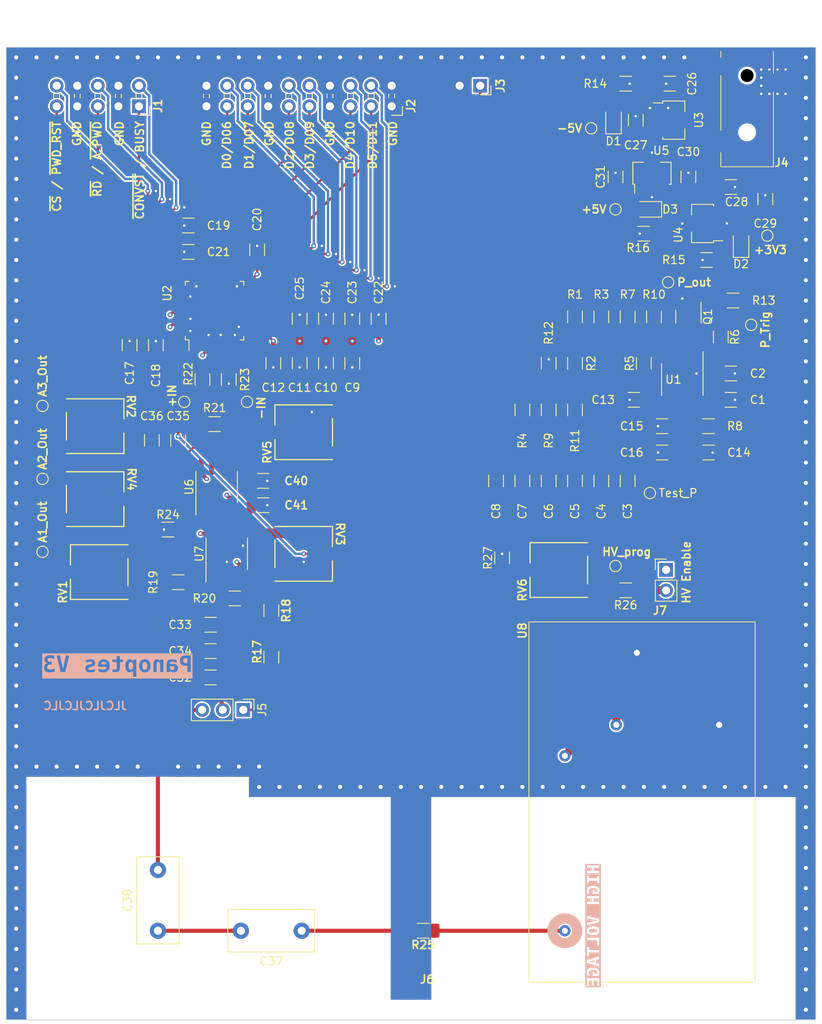
<source format=kicad_pcb>
(kicad_pcb (version 20221018) (generator pcbnew)
  (layers (0 "F.Cu" signal) (1 "In1.Cu" power) (2 "In2.Cu" power) (31 "B.Cu" signal) (36 "B.SilkS" user "B.Silkscreen") (37 "F.SilkS" user "F.Silkscreen") (38 "B.Mask" user) (39 "F.Mask" user) (44 "Edge.Cuts" user))
  (net 0 "")
  (net 1 "+5V")
  (net 2 "GND")
  (net 3 "/Vprogram")
  (net 4 "/HV")
  (net 5 "/REF")
  (net 6 "/Vbias")
  (net 7 "/NC")
  (net 8 "+3V3")
  (net 9 "/A_out_1")
  (net 10 "/COM")
  (net 11 "/B_out_4")
  (net 12 "Net-(C3-Pad1)")
  (net 13 "-5V")
  (net 14 "/NO")
  (net 15 "/TR")
  (net 16 "/~CS")
  (net 17 "/~RD")
  (net 18 "/~CONVST")
  (net 19 "/~PWD_RST")
  (net 20 "/~A_PWD")
  (net 21 "/BUSY")
  (net 22 "/DB0")
  (net 23 "/DB1")
  (net 24 "/DB2")
  (net 25 "/DB3")
  (net 26 "/DB4")
  (net 27 "/DB5")
  (net 28 "/DB6")
  (net 29 "/DB7")
  (net 30 "/DB8")
  (net 31 "/DB9")
  (net 32 "/DB10")
  (net 33 "/DB11")
  (net 34 "/B-2")
  (net 35 "/B_out_2")
  (net 36 "/A_out_3")
  (net 37 "Net-(Q1-B)")
  (net 38 "/+IN")
  (net 39 "/-IN")
  (net 40 "Net-(C35-Pad2)")
  (net 41 "Net-(C37-Pad2)")
  (net 42 "Net-(R1-Pad1)")
  (net 43 "Net-(D1-A)")
  (net 44 "Net-(D2-K)")
  (net 45 "Net-(D3-K)")
  (net 46 "+9V")
  (net 47 "-9V")
  (net 48 "Net-(R1-Pad2)")
  (net 49 "/CV")
  (net 50 "/dis_thr")
  (net 51 "/~R")
  (net 52 "/Q_out")
  (net 53 "/TR_pin")
  (net 54 "/HV_+5V")
  (net 57 "Net-(U6B-B+)")
  (net 58 "Net-(R11-Pad1)")
  (net 59 "Net-(R3-Pad1)")
  (net 60 "Net-(R10-Pad2)")
  (net 61 "Net-(R17-Pad2)")
  (net 62 "Net-(R18-Pad1)")
  (net 63 "Net-(U6B-B-)")
  (net 64 "Net-(U6A-A-)")
  (net 65 "Net-(R27-Pad2)")
  (footprint "Capacitor_SMD:C_1206_3216Metric" (layer "F.Cu") (at 219 69.5 90)
    (fp_text reference "C10")
    (fp_text value "100n" hide)
  )
  (footprint "TestPoint:TestPoint_Pad_D1.0mm" (layer "F.Cu") (at 184 74.75 90)
    (fp_text reference "TP7" hide)
    (fp_text value "A3_Out")
  )
  (footprint "Panoptes:Bourns 3361P" (layer "F.Cu") (at 216.25 93 -90)
    (fp_text reference "RV3")
    (fp_text value "2k" hide)
  )
  (footprint "Capacitor_SMD:C_1206_3216Metric" (layer "F.Cu") (at 261.45 35 180)
    (fp_text reference "C26")
    (fp_text value "0.33u" hide)
  )
  (footprint "Connector_PinSocket_2.54mm:PinSocket_2x05_P2.54mm_Horizontal" (layer "F.Cu") (at 195.91 37.79 -90)
    (fp_text reference "J1")
    (fp_text value "Conn_02x05_Odd_Even" hide)
  )
  (footprint "Resistor_SMD:R_1206_3216Metric" (layer "F.Cu") (at 259.5 63.75 90)
    (fp_text reference "R10")
    (fp_text value "1M" hide)
  )
  (footprint "TestPoint:TestPoint_Pad_D1.0mm" (layer "F.Cu") (at 261.25 59.5)
    (fp_text reference "TP1" hide)
    (fp_text value "P_out")
  )
  (footprint "LED_SMD:LED_0805_2012Metric" (layer "F.Cu") (at 270.25 54.75 90)
    (fp_text reference "D2")
    (fp_text value "green" hide)
  )
  (footprint "Panoptes:Bourns 3361P" (layer "F.Cu") (at 191 95.25 90)
    (fp_text reference "RV1")
    (fp_text value "20k" hide)
  )
  (footprint "Resistor_SMD:R_1206_3216Metric" (layer "F.Cu") (at 200.75 96.5 180)
    (fp_text reference "R19")
    (fp_text value "1k" hide)
  )
  (footprint "Resistor_SMD:R_1206_3216Metric" (layer "F.Cu") (at 249.75 69.5 90)
    (fp_text reference "R2")
    (fp_text value "1M" hide)
  )
  (footprint "Capacitor_SMD:C_1206_3216Metric" (layer "F.Cu") (at 257 74 180)
    (fp_text reference "C13")
    (fp_text value "10n" hide)
  )
  (footprint "Capacitor_SMD:C_1206_3216Metric" (layer "F.Cu") (at 266.25 80.5)
    (fp_text reference "C14")
    (fp_text value "1.5n" hide)
  )
  (footprint "TestPoint:TestPoint_Pad_D1.0mm" (layer "F.Cu") (at 271.5 64.75)
    (fp_text reference "TP2" hide)
    (fp_text value "P_Trig")
  )
  (footprint "Capacitor_SMD:C_1206_3216Metric" (layer "F.Cu") (at 215.75 64 -90)
    (fp_text reference "C25")
    (fp_text value "100n" hide)
  )
  (footprint "Capacitor_SMD:C_1206_3216Metric" (layer "F.Cu") (at 202 55.75)
    (fp_text reference "C21")
    (fp_text value "100n" hide)
  )
  (footprint "Capacitor_SMD:C_1206_3216Metric" (layer "F.Cu") (at 215.75 69.5 90)
    (fp_text reference "C11")
    (fp_text value "100n" hide)
  )
  (footprint "Package_TO_SOT_SMD:SOT-89-3" (layer "F.Cu") (at 259.25 46.05 90)
    (fp_text reference "U5")
    (fp_text value "L78L05_SOT89" hide)
  )
  (footprint "Resistor_SMD:R_1206_3216Metric" (layer "F.Cu") (at 267.75 66.25 90)
    (fp_text reference "R6")
    (fp_text value "10k" hide)
  )
  (footprint "Package_TO_SOT_SMD:SOT-89-3" (layer "F.Cu") (at 261.95 39.5)
    (fp_text reference "U3")
    (fp_text value "L79L05_SOT89" hide)
  )
  (footprint "Resistor_SMD:R_1206_3216Metric" (layer "F.Cu") (at 243.25 75.25 -90)
    (fp_text reference "R4")
    (fp_text value "1k5" hide)
  )
  (footprint "Panoptes:tube pigtail" (layer "F.Cu") (at 229.5 148)
    (fp_text reference "J6")
    (fp_text value "Conn_01x02" hide)
  )
  (footprint "LED_SMD:LED_0805_2012Metric" (layer "F.Cu") (at 258.75 50.5 180)
    (fp_text reference "D3")
    (fp_text value "green" hide)
  )
  (footprint "TestPoint:TestPoint_Pad_D1.0mm" (layer "F.Cu") (at 184 92.75 90)
    (fp_text reference "TP6" hide)
    (fp_text value "A1_Out")
  )
  (footprint "Panoptes:Bourns 3361P" (layer "F.Cu") (at 190.5 86.25 -90)
    (fp_text reference "RV4")
    (fp_text value "20k" hide)
  )
  (footprint "Capacitor_SMD:C_1206_3216Metric" (layer "F.Cu") (at 249.75 84 -90)
    (fp_text reference "C5")
    (fp_text value "10p" hide)
  )
  (footprint "Resistor_SMD:R_1206_3216Metric" (layer "F.Cu") (at 256.25 63.75 -90)
    (fp_text reference "R7")
    (fp_text value "1M" hide)
  )
  (footprint "Connector_PinHeader_2.54mm:PinHeader_1x02_P2.54mm_Vertical" (layer "F.Cu") (at 261 94.975)
    (fp_text reference "J7")
    (fp_text value "Conn_01x02" hide)
  )
  (footprint "Resistor_SMD:R_1206_3216Metric" (layer "F.Cu") (at 212.25 105.75 90)
    (fp_text reference "R17")
    (fp_text value "10M" hide)
  )
  (footprint "Resistor_SMD:R_1206_3216Metric" (layer "F.Cu") (at 249.75 75.25 -90)
    (fp_text reference "R11")
    (fp_text value "1k" hide)
  )
  (footprint "Resistor_SMD:R_1206_3216Metric" (layer "F.Cu") (at 256 97.5 180)
    (fp_text reference "R26")
    (fp_text value "10k" hide)
  )
  (footprint "Capacitor_SMD:C_1206_3216Metric" (layer "F.Cu") (at 204.75 101.75)
    (fp_text reference "C33")
    (fp_text value "10p" hide)
  )
  (footprint "Package_SO:SOIC-8_3.9x4.9mm_P1.27mm" (layer "F.Cu") (at 263 71.5 -90)
    (fp_text reference "U1")
    (fp_text value "SE555D" hide)
  )
  (footprint "Capacitor_SMD:C_1206_3216Metric" (layer "F.Cu") (at 246.5 84 -90)
    (fp_text reference "C6")
    (fp_text value "10p" hide)
  )
  (footprint "Resistor_SMD:R_1206_3216Metric" (layer "F.Cu") (at 207.75 98.5)
    (fp_text reference "R20")
    (fp_text value "10M" hide)
  )
  (footprint "Resistor_SMD:R_1206_3216Metric" (layer "F.Cu") (at 249.75 63.75 -90)
    (fp_text reference "R1")
    (fp_text value "1M" hide)
  )
  (footprint "TestPoint:TestPoint_Pad_D1.0mm" (layer "F.Cu") (at 201.5 74.25 90)
    (fp_text reference "TP9" hide)
    (fp_text value "+IN")
  )
  (footprint "Panoptes:Bourns 3361P" (layer "F.Cu") (at 190.5 77.25 -90)
    (fp_text reference "RV2")
    (fp_text value "2k" hide)
  )
  (footprint "Panoptes:Bourns 3361P" (layer "F.Cu") (at 247.75 95 90)
    (fp_text reference "RV6")
    (fp_text value "10k" hide)
  )
  (footprint "Capacitor_SMD:C_1206_3216Metric" (layer "F.Cu") (at 263.75 46.5 90)
    (fp_text reference "C30")
    (fp_text value "0.33u" hide)
  )
  (footprint "Resistor_SMD:R_1206_3216Metric" (layer "F.Cu") (at 205.25 77 180)
    (fp_text reference "R21")
    (fp_text value "5k9" hide)
  )
  (footprint "Panoptes:Bourns 3361P" (layer "F.Cu") (at 216.25 78 90)
    (fp_text reference "RV5")
    (fp_text value "20k" hide)
  )
  (footprint "Capacitor_SMD:C_1206_3216Metric" (layer "F.Cu") (at 260.5 77.25 180)
    (fp_text reference "C15")
    (fp_text value "1.5n" hide)
  )
  (footprint "Resistor_SMD:R_1206_3216Metric" (layer "F.Cu") (at 240.75 93.5 -90)
    (fp_text reference "R27")
    (fp_text value "100" hide)
  )
  (footprint "Resistor_SMD:R_1206_3216Metric" (layer "F.Cu") (at 258.25 53.5)
    (fp_text reference "R16")
    (fp_text value "1k" hide)
  )
  (footprint "Capacitor_SMD:C_1206_3216Metric" (layer "F.Cu") (at 254.75 46.5 -90)
    (fp_text reference "C31")
    (fp_text value "100n" hide)
  )
  (footprint "Capacitor_THT:C_Disc_D10.5mm_W5.0mm_P7.50mm" (layer "F.Cu") (at 216 139.5 180)
    (fp_text reference "C37")
    (fp_text value "200n" hide)
  )
  (footprint "TestPoint:TestPoint_Pad_D1.0mm" (layer "F.Cu") (at 259 85.5)
    (fp_text reference "TP8" hide)
    (fp_text value "Test_P")
  )
  (footprint "Resistor_SMD:R_1206_3216Metric" (layer "F.Cu") (at 212.25 100 -90)
    (fp_text reference "R18")
    (fp_text value "10M" hide)
  )
  (footprint "Capacitor_SMD:C_1206_3216Metric" (layer "F.Cu") (at 257.25 39.5 -90)
    (fp_text reference "C27")
    (fp_text value "100n" hide)
  )
  (footprint "Capacitor_SMD:C_1206_3216Metric" (layer "F.Cu") (at 256.25 84 -90)
    (fp_text reference "C3")
    (fp_text value "10p" hide)
  )
  (footprint "Resistor_SMD:R_1206_3216Metric" (layer "F.Cu") (at 231 139.5)
    (fp_text reference "R25")
    (fp_text value "10k" hide)
  )
  (footprint "Capacitor_SMD:C_1206_3216Metric" (layer "F.Cu") (at 222.25 64 -90)
    (fp_text reference "C23")
    (fp_text value "100n" hide)
  )
  (footprint "Resistor_SMD:R_1206_3216Metric" (layer "F.Cu") (at 253 63.75 90)
    (fp_text reference "R3")
    (fp_text value "1M" hide)
  )
  (footprint "Capacitor_SMD:C_1206_3216Metric" (layer "F.Cu") (at 198 67.25 -90)
    (fp_text reference "C18")
    (fp_text value "100n" hide)
  )
  (footprint "TestPoint:TestPoint_Pad_D1.0mm" (layer "F.Cu") (at 209.25 74.25 90)
    (fp_text reference "TP12" hide)
    (fp_text value "-IN")
  )
  (footprint "Panoptes:STX-3500-3NTR" (layer "F.Cu") (at 271 37.75)
    (fp_text reference "J4")
    (fp_text value "Conn_01x03" hide)
  )
  (footprint "Package_TO_SOT_SMD:SOT-23-3" (layer "F.Cu") (at 263.75 63.75 -90)
    (fp_text reference "Q1")
    (fp_text value "MMBT3904" hide)
  )
  (footprint "Capacitor_THT:C_Disc_D10.5mm_W5.0mm_P7.50mm" (layer "F.Cu") (at 198.25 139.5 90)
    (fp_text reference "C38")
    (fp_text value "200n" hide)
  )
  (footprint "Connector_PinSocket_2.54mm:PinSocket_2x10_P2.54mm_Horizontal" (layer "F.Cu") (at 227.11 37.79 -90)
    (fp_text reference "J2")
    (fp_text value "Conn_02x10_Odd_Even" hide)
  )
  (footprint "Capacitor_SMD:C_1206_3216Metric" (layer "F.Cu") (at 194.75 67.25 -90)
    (fp_text reference "C17")
    (fp_text value "1u" hide)
  )
  (footprint "TestPoint:TestPoint_Pad_D1.0mm" (layer "F.Cu") (at 254.75 94.5)
    (fp_text reference "TP11" hide)
    (fp_text value "HV_prog")
  )
  (footprint "Resistor_SMD:R_1206_3216Metric" (layer "F.Cu") (at 256 35 180)
    (fp_text reference "R14")
    (fp_text value "1k" hide)
  )
  (footprint "Resistor_SMD:R_1206_3216Metric" (layer "F.Cu") (at 266 56.75)
    (fp_text reference "R15")
    (fp_text value "1k" hide)
  )
  (footprint "Connector_PinHeader_2.54mm:PinHeader_1x03_P2.54mm_Vertical" (layer "F.Cu") (at 208.79 112.25 -90)
    (fp_text reference "J5")
    (fp_text value "Conn_01x03" hide)
  )
  (footprint "TestPoint:TestPoint_Pad_D1.0mm" (layer "F.Cu") (at 273.5 53.75)
    (fp_text reference "TP4" hide)
    (fp_text value "+3V3")
  )
  (footprint "Capacitor_SMD:C_1206_3216Metric" (layer "F.Cu") (at 240 84 -90)
    (fp_text reference "C8")
    (fp_text value "10p" hide)
  )
  (footprint "Capacitor_SMD:C_1206_3216Metric" (layer "F.Cu") (at 273.25 49.25 -90)
    (fp_text reference "C29")
    (fp_text value "100n" hide)
  )
  (footprint "Resistor_SMD:R_1206_3216Metric" (layer "F.Cu") (at 269.25 61.75 180)
    (fp_text reference "R13")
    (fp_text value "1k" hide)
  )
  (footprint "Package_TO_SOT_SMD:SOT-89-3" (layer "F.Cu") (at 265.5 52.25 180)
    (fp_text reference "U4")
    (fp_text value "L78L33_SOT89" hide)
  )
  (footprint "Capacitor_SMD:C_1206_3216Metric" (layer "F.Cu") (at 204.75 108.25)
    (fp_text reference "C32")
    (fp_text value "10p" hide)
  )
  (footprint "TestPoint:TestPoint_Pad_D1.0mm" (layer "F.Cu") (at 184 83.75 90)
    (fp_text reference "TP10" hide)
    (fp_text value "A2_Out")
  )
  (footprint "Capacitor_SMD:C_1206_3216Metric" (layer "F.Cu") (at 260.5 80.5 180)
    (fp_text reference "C16")
    (fp_text value "1.5n" hide)
  )
  (footprint "Resistor_SMD:R_1206_3216Metric" (layer "F.Cu") (at 246.5 69.5 -90)
    (fp_text reference "R12")
    (fp_text value "10k" hide)
  )
  (footprint "Capacitor_SMD:C_1206_3216Metric" (layer "F.Cu") (at 219 64 -90)
    (fp_text reference "C24")
    (fp_text value "100n" hide)
  )
  (footprint "Capacitor_SMD:C_1206_3216Metric" (layer "F.Cu") (at 197.5 79 90)
    (fp_text reference "C36")
    (fp_text value "82p" hide)
  )
  (footprint "LED_SMD:LED_0805_2012Metric" (layer "F.Cu") (at 254.5 39.5 90)
    (fp_text reference "D1")
    (fp_text value "green" hide)
  )
  (footprint "Panoptes:SK0530" (layer "F.Cu") (at 243.995 145.85 90)
    (fp_text reference "U8")
    (fp_text value "SK0530" hide)
  )
  (footprint "Capacitor_SMD:C_1206_3216Metric" (layer "F.Cu") (at 269 74 180)
    (fp_text reference "C1")
    (fp_text value "1u" hide)
  )
  (footprint "Capacitor_SMD:C_1206_3216Metric" (layer "F.Cu") (at 253 84 -90)
    (fp_text reference "C4")
    (fp_text value "10p" hide)
  )
  (footprint "Capacitor_SMD:C_1206_3216Metric" (layer "F.Cu") (at 200.75 79 90)
    (fp_text reference "C35")
    (fp_text value "82p" hide)
  )
  (footprint "Capacitor_SMD:C_1206_3216Metric" (layer "F.Cu") (at 202 52.5)
    (fp_text reference "C19")
    (fp_text value "1u" hide)
  )
  (footprint "Resistor_SMD:R_1206_3216Metric" (layer "F.Cu") (at 266.25 77.25 180)
    (fp_text reference "R8")
    (fp_text value "10k" hide)
  )
  (footprint "Capacitor_SMD:C_1206_3216Metric" (layer "F.Cu") (at 225.5 64 -90)
    (fp_text reference "C22")
    (fp_text value "1u" hide)
  )
  (footprint "Connector_PinSocket_2.54mm:PinSocket_1x02_P2.54mm_Horizontal" (layer "F.Cu") (at 238.04 35.25 -90)
    (fp_text reference "J3")
    (fp_text value "Conn_01x02" hide)
  )
  (footprint "Package_SO:SOIC-8_3.9x4.9mm_P1.27mm" (layer "F.Cu") (at 205.5 84.75 90)
    (fp_text reference "U6")
    (fp_text value "OPA2350UA" hide)
  )
  (footprint "Capacitor_SMD:C_1206_3216Metric" (layer "F.Cu") (at 269 47.75)
    (fp_text reference "C28")
    (fp_text value "0.33u" hide)
  )
  (footprint "Capacitor_SMD:C_1206_3216Metric" (layer "F.Cu") (at 204.75 105)
    (fp_text reference "C34")
    (fp_text value "10p" hide)
  )
  (footprint "TestPoint:TestPoint_Pad_D1.0mm" (layer "F.Cu") (at 251.75 40.5)
    (fp_text reference "TP3" hide)
    (fp_text value "-5V")
  )
  (footprint "Resistor_SMD:R_1206_3216Metric" (layer "F.Cu") (at 258.25 69.5 90)
    (fp_text reference "R5")
    (fp_text value "10k" hide)
  )
  (footprint "Capacitor_SMD:C_1206_3216Metric" (layer "F.Cu") (at 211.25 87)
    (fp_text reference "C41")
    (fp_text value "82p" hide)
  )
  (footprint "Capacitor_SMD:C_1206_3216Metric" (layer "F.Cu") (at 211.25 84)
    (fp_text reference "C40")
    (fp_text value "82p" hide)
  )
  (footprint "Capacitor_SMD:C_1206_3216Metric" (layer "F.Cu") (at 212.5 69.5 90)
    (fp_text reference "C12")
    (fp_text value "100n" hide)
  )
  (footprint "TestPoint:TestPoint_Pad_D1.0mm" (layer "F.Cu") (at 254.75 50.5)
    (fp_text reference "TP5" hide)
    (fp_text value "+5V")
  )
  (footprint "Resistor_SMD:R_1206_3216Metric" (layer "F.Cu") (at 199.5 90)
    (fp_text reference "R24")
    (fp_text value "1k" hide)
  )
  (footprint "Capacitor_SMD:C_1206_3216Metric" (layer "F.Cu") (at 243.25 84 -90)
    (fp_text reference "C7")
    (fp_text value "10p" hide)
  )
  (footprint "Package_SO:SOIC-8_3.9x4.9mm_P1.27mm" (layer "F.Cu") (at 206.75 93 90)
    (fp_text reference "U7")
    (fp_text value "OPA2350UA" hide)
  )
  (footprint "Resistor_SMD:R_1206_3216Metric" (layer "F.Cu") (at 246.5 75.25 -90)
    (fp_text reference "R9")
    (fp_text value "1k" hide)
  )
  (footprint "Resistor_SMD:R_1206_3216Metric" (layer "F.Cu") (at 207 71.5 -90)
    (fp_text reference "R23")
    (fp_text value "22" hide)
  )
  (footprint "Resistor_SMD:R_1206_3216Metric" (layer "F.Cu") (at 203.75 71.5 -90)
    (fp_text reference "R22")
    (fp_text value "22" hide)
  )
  (footprint "Capacitor_SMD:C_1206_3216Metric" (layer "F.Cu") (at 210.5 55.5 -90)
    (fp_text reference "C20")
    (fp_text value "100n" hide)
  )
  (footprint "Package_QFP:TQFP-48_7x7mm_P0.5mm" (layer "F.Cu") (at 205.25 63 90)
    (fp_text reference "U2")
    (fp_text value "ADS7882" hide)
  )
  (footprint "Capacitor_SMD:C_1206_3216Metric" (layer "F.Cu") (at 222.25 69.5 90)
    (fp_text reference "C9")
    (fp_text value "1u" hide)
  )
  (footprint "Capacitor_SMD:C_1206_3216Metric" (layer "F.Cu") (at 269 70.75 180)
    (fp_text reference "C2")
    (fp_text value "100n" hide)
  )
  (gr_rect (start 179.5 30.5) (end 279.5 150.5) (stroke (width 0.1)) (fill none) (layer "Edge.Cuts"))
  (gr_text "Panoptes V3" (at 184 106.75) (layer "B.SilkS" knockout) (effects (font (size 2 2) (thickness 0.3) bold) (justify right mirror)))
  (gr_text "JLCJLCJLCJLC" (at 184 111.75) (layer "B.SilkS") (effects (font (size 1 1) (thickness 0.2) bold) (justify right mirror)))
  (gr_text "GND" (at 212 39.5 90) (layer "F.SilkS") (effects (font (size 1 1) (thickness 0.2) bold) (justify right)))
  (gr_text "D4/D10" (at 222 39.5 90) (layer "F.SilkS") (effects (font (size 1 1) (thickness 0.2) bold) (justify right)))
  (gr_text "D1/D07" (at 209.5 39.5 90) (layer "F.SilkS") (effects (font (size 1 1) (thickness 0.2) bold) (justify right)))
  (gr_text "GND" (at 204.25 39.5 90) (layer "F.SilkS") (effects (font (size 1 1) (thickness 0.2) bold) (justify right)))
  (gr_text "GND" (at 188.25 39.5 90) (layer "F.SilkS") (effects (font (size 1 1) (thickness 0.2) bold) (justify right)))
  (gr_text "GND" (at 193.5 39.5 90) (layer "F.SilkS") (effects (font (size 1 1) (thickness 0.2) bold) (justify right)))
  (gr_text "HV Enable" (at 263.5 99.25 90) (layer "F.SilkS") (effects (font (size 1 1) (thickness 0.2) bold) (justify left)))
  (gr_text "GND" (at 227.25 39.5 90) (layer "F.SilkS") (effects (font (size 1 1) (thickness 0.2) bold) (justify right)))
  (gr_text "D3/D09" (at 217 39.5 90) (layer "F.SilkS") (effects (font (size 1 1) (thickness 0.2) bold) (justify right)))
  (gr_text "D5/D11" (at 224.75 39.5 90) (layer "F.SilkS") (effects (font (size 1 1) (thickness 0.2) bold) (justify right)))
  (gr_text "~{CS} / ~{PWD_RST}" (at 185.75 39.5 90) (layer "F.SilkS") (effects (font (size 1 1) (thickness 0.2) bold) (justify right)))
  (gr_text "~{CONVST} / BUSY" (at 196 39.5 90) (layer "F.SilkS") (effects (font (size 1 1) (thickness 0.2) bold) (justify right)))
  (gr_text "D0/D06" (at 206.75 39.5 90) (layer "F.SilkS") (effects (font (size 1 1) (thickness 0.2) bold) (justify right)))
  (gr_text "~{RD} / ~{A_PWD}" (at 190.75 39.5 90) (layer "F.SilkS") (effects (font (size 1 1) (thickness 0.2) bold) (justify right)))
  (gr_text "GND" (at 219.5 39.5 90) (layer "F.SilkS") (effects (font (size 1 1) (thickness 0.2) bold) (justify right)))
  (gr_text "D2/D08" (at 214.5 39.5 90) (layer "F.SilkS") (effects (font (size 1 1) (thickness 0.2) bold) (justify right)))
  (segment (start 225.5 65.475) (end 215.75 65.475) (width 1) (layer "F.Cu") (net 1))
  (segment (start 264.93 74) (end 264.905 73.975) (width 0.6) (layer "F.Cu") (net 1))
  (segment (start 201.0875 63.25) (end 200 63.25) (width 0.3) (layer "F.Cu") (net 1))
  (segment (start 200 63.25) (end 199.75 63.5) (width 0.3) (layer "F.Cu") (net 1))
  (segment (start 212.5 66.75) (end 212.5 68.025) (width 0.6) (layer "F.Cu") (net 1))
  (segment (start 222.25 65.475) (end 222.25 68.025) (width 1) (layer "F.Cu") (net 1))
  (segment (start 207.5 68.75) (end 209 68.75) (width 0.3) (layer "F.Cu") (net 1))
  (segment (start 207.25 68.75) (end 207.5 68.75) (width 0.3) (layer "F.Cu") (net 1))
  (segment (start 225.5 66.75) (end 225.5 65.475) (width 0.6) (layer "F.Cu") (net 1))
  (segment (start 204 67.1625) (end 204 68.25) (width 0.3) (layer "F.Cu") (net 1))
  (segment (start 211.5 65.75) (end 212.5 66.75) (width 0.3) (layer "F.Cu") (net 1))
  (segment (start 204 68.25) (end 203.75 68.5) (width 0.3) (layer "F.Cu") (net 1))
  (segment (start 200 64.75) (end 199.75 65) (width 0.3) (layer "F.Cu") (net 1))
  (segment (start 219 65.475) (end 219 68.025) (width 1) (layer "F.Cu") (net 1))
  (segment (start 203.595 82.275) (end 203.595 83.095) (width 0.5) (layer "F.Cu") (net 1))
  (segment (start 203.5 90.5) (end 204.82 90.5) (width 0.5) (layer "F.Cu") (net 1))
  (segment (start 207 68.25) (end 207.5 68.75) (width 0.3) (layer "F.Cu") (net 1))
  (segment (start 264.93 74) (end 267.525 74) (width 0.6) (layer "F.Cu") (net 1))
  (segment (start 222.25 68.025) (end 212.5 68.025) (width 1) (layer "F.Cu") (net 1))
  (segment (start 203.595 83.095) (end 204.25 83.75) (width 0.5) (layer "F.Cu") (net 1))
  (segment (start 215.75 65.475) (end 215.75 68.025) (width 1) (layer "F.Cu") (net 1))
  (segment (start 209.4125 65.75) (end 211.5 65.75) (width 0.3) (layer "F.Cu") (net 1))
  (segment (start 206.5 67.1625) (end 206.5 68) (width 0.3) (layer "F.Cu") (net 1))
  (segment (start 207 67.1625) (end 207 68.25) (width 0.3) (layer "F.Cu") (net 1))
  (segment (start 209 68.75) (end 209.725 68.025) (width 0.3) (layer "F.Cu") (net 1))
  (segment (start 201.0875 64.75) (end 200 64.75) (width 0.3) (layer "F.Cu") (net 1))
  (segment (start 206.5 68) (end 207.25 68.75) (width 0.3) (layer "F.Cu") (net 1))
  (segment (start 209.725 68.025) (end 212.5 68.025) (width 0.3) (layer "F.Cu") (net 1))
  (via (at 212.5 66.75) (size 0.6) (drill 0.3) (layers "F.Cu" "B.Cu") (net 1))
  (via (at 215.75 66.75) (size 0.6) (drill 0.3) (layers "F.Cu" "B.Cu") (net 1))
  (via (at 219 66.75) (size 0.6) (drill 0.3) (layers "F.Cu" "B.Cu") (net 1))
  (via (at 204.25 83.75) (size 0.6) (drill 0.3) (layers "F.Cu" "B.Cu") (net 1))
  (via (at 199.75 65) (size 0.6) (drill 0.3) (layers "F.Cu" "B.Cu") (net 1))
  (via (at 225.5 66.75) (size 0.6) (drill 0.3) (layers "F.Cu" "B.Cu") (net 1))
  (via (at 203.75 68.5) (size 0.6) (drill 0.3) (layers "F.Cu" "B.Cu") (net 1))
  (via (at 222.25 66.75) (size 0.6) (drill 0.3) (layers "F.Cu" "B.Cu") (net 1))
  (via (at 203.5 90.5) (size 0.6) (drill 0.3) (layers "F.Cu" "B.Cu") (net 1))
  (via (at 199.75 63.5) (size 0.6) (drill 0.3) (layers "F.Cu" "B.Cu") (net 1))
  (segment (start 208.655 91.905) (end 208.75 92) (width 0.5) (layer "F.Cu") (net 2))
  (segment (start 202 63.75) (end 202.25 64) (width 0.3) (layer "F.Cu") (net 2))
  (segment (start 208 67.1625) (end 208 66.25) (width 0.3) (layer "F.Cu") (net 2))
  (segment (start 207.5 67.1625) (end 207.5 66.25) (width 0.3) (layer "F.Cu") (net 2))
  (segment (start 225.5 63.5) (end 225.5 62.525) (width 0.6) (layer "F.Cu") (net 2))
  (segment (start 202 64.25) (end 202.25 64) (width 0.3) (layer "F.Cu") (net 2))
  (segment (start 266.75 80.5) (end 267.725 80.5) (width 0.6) (layer "F.Cu") (net 2))
  (segment (start 257.75 53.5) (end 256.7875 53.5) (width 0.6) (layer "F.Cu") (net 2))
  (segment (start 269.5 74) (end 270.475 74) (width 0.6) (layer "F.Cu") (net 2))
  (segment (start 204.5 67.1625) (end 204.5 66) (width 0.3) (layer "F.Cu") (net 2))
  (segment (start 262.8 62.6125) (end 262.8 61.7) (width 0.5) (layer "F.Cu") (net 2))
  (segment (start 246.5 69) (end 246.5 68.0375) (width 0.6) (layer "F.Cu") (net 2))
  (segment (start 211.75 87) (end 212.725 87) (width 0.6) (layer "F.Cu") (net 2))
  (segment (start 259 38) (end 261.25 38) (width 0.6) (layer "F.Cu") (net 2))
  (segment (start 203 58.8375) (end 203 60) (width 0.3) (layer "F.Cu") (net 2))
  (segment (start 254.75 46) (end 254.75 45.025) (width 0.6) (layer "F.Cu") (net 2))
  (segment (start 263 52.25) (end 268.5 52.25) (width 0.6) (layer "F.Cu") (net 2))
  (segment (start 264.905 70.595) (end 264.75 70.75) (width 0.6) (layer "F.Cu") (net 2))
  (segment (start 215.75 63.5) (end 215.75 62.525) (width 0.6) (layer "F.Cu") (net 2))
  (segment (start 202 65.25) (end 202.25 65.5) (width 0.3) (layer "F.Cu") (net 2))
  (segment (start 257.25 39) (end 257.25 38.025) (width 0.6) (layer "F.Cu") (net 2))
  (segment (start 256.5 35) (end 257.4625 35) (width 0.6) (layer "F.Cu") (net 2))
  (segment (start 208.5 65.25) (end 208.25 65) (width 0.3) (layer "F.Cu") (net 2))
  (segment (start 240.75 93) (end 240.75 92.0375) (width 0.6) (layer "F.Cu") (net 2))
  (segment (start 200.525 52.5) (end 201.5 52.5) (width 0.6) (layer "F.Cu") (net 2))
  (segment (start 194.75 66.75) (end 194.75 65.775) (width 0.6) (layer "F.Cu") (net 2))
  (segment (start 201.0875 61.25) (end 202.25 61.25) (width 0.3) (layer "F.Cu") (net 2))
  (segment (start 269.5 70.75) (end 270.475 70.75) (width 0.6) (layer "F.Cu") (net 2))
  (segment (start 219 70) (end 219 70.975) (width 0.6) (layer "F.Cu") (net 2))
  (segment (start 215.75 70) (end 215.75 70.975) (width 0.6) (layer "F.Cu") (net 2))
  (segment (start 201.5 55.75) (end 200.525 55.75) (width 0.6) (layer "F.Cu") (net 2))
  (segment (start 259.25 43.5) (end 259.25 49) (width 0.6) (layer "F.Cu") (net 2))
  (segment (start 269.5 47.75) (end 270.475 47.75) (width 0.6) (layer "F.Cu") (net 2))
  (segment (start 273.25 48.75) (end 273.25 47.775) (width 0.6) (layer "F.Cu") (net 2))
  (segment (start 201.0875 63.75) (end 202 63.75) (width 0.3) (layer "F.Cu") (net 2))
  (segment (start 201.0875 65.25) (end 202 65.25) (width 0.3) (layer "F.Cu") (net 2))
  (segment (start 208.655 90.525) (end 208.655 91.905) (width 0.5) (layer "F.Cu") (net 2))
  (segment (start 199 90) (end 198.0375 90) (width 0.6) (layer "F.Cu") (net 2))
  (segment (start 201.0875 65.75) (end 202 65.75) (width 0.3) (layer "F.Cu") (net 2))
  (segment (start 222.25 63.5) (end 222.25 62.525) (width 0.6) (layer "F.Cu") (net 2))
  (segment (start 202 65.75) (end 202.25 65.5) (width 0.3) (layer "F.Cu") (net 2))
  (segment (start 222.25 70) (end 222.25 70.975) (width 0.6) (layer "F.Cu") (net 2))
  (segment (start 262.8 61.7) (end 263 61.5) (width 0.5) (layer "F.Cu") (net 2))
  (segment (start 217.25 75.5) (end 219.41 75.5) (width 0.3) (layer "F.Cu") (net 2))
  (segment (start 209.4125 65.25) (end 208.5 65.25) (width 0.3) (layer "F.Cu") (net 2))
  (segment (start 211.75 84) (end 212.725 84) (width 0.6) (layer "F.Cu") (net 2))
  (segment (start 208.5 64.75) (end 208.25 65) (width 0.3) (layer "F.Cu") (net 2))
  (segment (start 209.4125 64.75) (end 208.5 64.75) (width 0.3) (layer "F.Cu") (net 2))
  (segment (start 260 77.25) (end 259.025 77.25) (width 0.6) (layer "F.Cu") (net 2))
  (segment (start 263.75 46) (end 263.75 45.025) (width 0.6) (layer "F.Cu") (net 2))
  (segment (start 261 35) (end 259.975 35) (width 0.6) (layer "F.Cu") (net 2))
  (segment (start 208 58.8375) (end 208 60) (width 0.3) (layer "F.Cu") (net 2))
  (segment (start 256.5 74) (end 255.525 74) (width 0.6) (layer "F.Cu") (net 2))
  (segment (start 264.905 69.025) (end 264.905 70.595) (width 0.6) (layer "F.Cu") (net 2))
  (segment (start 207.385 95.475) (end 207.385 94.635) (width 0.5) (layer "F.Cu") (net 2))
  (segment (start 219 63.5) (end 219 62.525) (width 0.6) (layer "F.Cu") (net 2))
  (segment (start 212.5 70) (end 212.5 70.975) (width 0.6) (layer "F.Cu") (net 2))
  (segment (start 198 66.75) (end 198 65.775) (width 0.6) (layer "F.Cu") (net 2))
  (segment (start 206 67.1625) (end 206 66) (width 0.3) (layer "F.Cu") (net 2))
  (segment (start 210.5 54.025) (end 210.5 55) (width 0.6) (layer "F.Cu") (net 2))
  (segment (start 207.5 66.25) (end 207.75 66) (width 0.3) (layer "F.Cu") (net 2))
  (segment (start 207 72) (end 207 72.9625) (width 0.6) (layer "F.Cu") (net 2))
  (segment (start 207.385 94.635) (end 206.75 94) (width 0.5) (layer "F.Cu") (net 2))
  (segment (start 208 66.25) (end 207.75 66) (width 0.3) (layer "F.Cu") (net 2))
  (segment (start 260 80.5) (end 259.025 80.5) (width 0.6) (layer "F.Cu") (net 2))
  (segment (start 265.5 56.75) (end 264.5375 56.75) (width 0.6) (layer "F.Cu") (net 2))
  (segment (start 201.0875 64.25) (end 202 64.25) (width 0.3) (layer "F.Cu") (net 2))
  (via (at 278.25 121.75) (size 2.5) (drill 0.5) (layers "F.Cu" "B.Cu") (net 2))
  (via (at 201.5 52.5) (size 0.6) (drill 0.3) (layers "F.Cu" "B.Cu") (net 2))
  (via (at 218.25 121.75) (size 2.5) (drill 0.5) (layers "F.Cu" "B.Cu") (net 2))
  (via (at 180.75 61.75) (size 2.5) (drill 0.5) (layers "F.Cu" "B.Cu") (net 2))
  (via (at 180.75 76.75) (size 2.5) (drill 0.5) (layers "F.Cu" "B.Cu") (net 2))
  (via (at 278.25 56.75) (size 2.5) (drill 0.5) (layers "F.Cu" "B.Cu") (net 2))
  (via (at 199.75 49.25) (size 0.6) (drill 0.3) (layers "F.Cu" "B.Cu") (net 2))
  (via (at 273.75 33.25) (size 0.6) (drill 0.3) (layers "F.Cu" "B.Cu") (net 2))
  (via (at 188.25 31.75) (size 2.5) (drill 0.5) (layers "F.Cu" "B.Cu") (net 2))
  (via (at 180.75 36.75) (size 2.5) (drill 0.5) (layers "F.Cu" "B.Cu") (net 2))
  (via (at 238.25 121.75) (size 2.5) (drill 0.5) (layers "F.Cu" "B.Cu") (net 2))
  (via (at 278.25 39.25) (size 2.5) (drill 0.5) (layers "F.Cu" "B.Cu") (net 2))
  (via (at 278.25 89.25) (size 2.5) (drill 0.5) (layers "F.Cu" "B.Cu") (net 2))
  (via (at 194.75 66.75) (size 0.6) (drill 0.3) (layers "F.Cu" "B.Cu") (net 2))
  (via (at 278.25 94.25) (size 2.5) (drill 0.5) (layers "F.Cu" "B.Cu") (net 2))
  (via (at 222.25 70) (size 0.6) (drill 0.3) (layers "F.Cu" "B.Cu") (net 2))
  (via (at 278.25 106.75) (size 2.5) (drill 0.5) (layers "F.Cu" "B.Cu") (net 2))
  (via (at 180.75 39.25) (size 2.5) (drill 0.5) (layers "F.Cu" "B.Cu") (net 2))
  (via (at 269.5 70.75) (size 0.6) (drill 0.3) (layers "F.Cu" "B.Cu") (net 2))
  (via (at 278.25 146.75) (size 2.5) (drill 0.5) (layers "F.Cu" "B.Cu") (net 2))
  (via (at 220.25 56) (size 0.6) (drill 0.3) (layers "F.Cu" "B.Cu") (net 2))
  (via (at 278.25 134.25) (size 2.5) (drill 0.5) (layers "F.Cu" "B.Cu") (net 2))
  (via (at 263 52.25) (size 0.6) (drill 0.3) (layers "F.Cu" "B.Cu") (net 2))
  (via (at 199 90) (size 0.6) (drill 0.3) (layers "F.Cu" "B.Cu") (net 2))
  (via (at 218.5 55) (size 0.6) (drill 0.3) (layers "F.Cu" "B.Cu") (net 2))
  (via (at 180.75 106.75) (size 2.5) (drill 0.5) (layers "F.Cu" "B.Cu") (net 2))
  (via (at 180.75 126.75) (size 2.5) (drill 0.5) (layers "F.Cu" "B.Cu") (net 2))
  (via (at 220.75 31.75) (size 2.5) (drill 0.5) (layers "F.Cu" "B.Cu") (net 2))
  (via (at 180.75 46.75) (size 2.5) (drill 0.5) (layers "F.Cu" "B.Cu") (net 2))
  (via (at 202.25 65.5) (size 0.6) (drill 0.3) (layers "F.Cu" "B.Cu") (net 2))
  (via (at 235.75 31.75) (size 2.5) (drill 0.5) (layers "F.Cu" "B.Cu") (net 2))
  (via (at 218.25 31.75) (size 2.5) (drill 0.5) (layers "F.Cu" "B.Cu") (net 2))
  (via (at 205.75 119.25) (size 2.5) (drill 0.5) (layers "F.Cu" "B.Cu") (net 2))
  (via (at 263.25 121.75) (size 2.5) (drill 0.5) (layers "F.Cu" "B.Cu") (net 2))
  (via (at 216.25 94) (size 0.6) (drill 0.3) (layers "F.Cu" "B.Cu") (net 2))
  (via (at 193.25 119.25) (size 2.5) (drill 0.5) (layers "F.Cu" "B.Cu") (net 2))
  (via (at 275.75 36.25) (size 0.6) (drill 0.3) (layers "F.Cu" "B.Cu") (net 2))
  (via (at 180.75 141.75) (size 2.5) (drill 0.5) (layers "F.Cu" "B.Cu") (net 2))
  (via (at 261.25 38) (size 0.6) (drill 0.3) (layers "F.Cu" "B.Cu") (net 2))
  (via (at 180.75 101.75) (size 2.5) (drill 0.5) (layers "F.Cu" "B.Cu") (net 2))
  (via (at 278.25 66.75) (size 2.5) (drill 0.5) (layers "F.Cu" "B.Cu") (net 2))
  (via (at 278.25 46.75) (size 2.5) (drill 0.5) (layers "F.Cu" "B.Cu") (net 2))
  (via (at 230.75 31.75) (size 2.5) (drill 0.5) (layers "F.Cu" "B.Cu") (net 2))
  (via (at 180.75 131.75) (size 2.5) (drill 0.5) (layers "F.Cu" "B.Cu") (net 2))
  (via (at 278.25 124.25) (size 2.5) (drill 0.5) (layers "F.Cu" "B.Cu") (net 2))
  (via (at 183.25 119.25) (size 2.5) (drill 0.5) (layers "F.Cu" "B.Cu") (net 2))
  (via (at 273.25 121.75) (size 2.5) (drill 0.5) (layers "F.Cu" "B.Cu") (net 2))
  (via (at 200.75 119.25) (size 2.5) (drill 0.5) (layers "F.Cu" "B.Cu") (net 2))
  (via (at 180.75 139.25) (size 2.5) (drill 0.5) (layers "F.Cu" "B.Cu") (net 2))
  (via (at 208.25 31.75) (size 2.5) (drill 0.5) (layers "F.Cu" "B.Cu") (net 2))
  (via (at 201.5 55.75) (size 0.6) (drill 0.3) (layers "F.Cu" "B.Cu") (net 2))
  (via (at 233.25 121.75) (size 2.5) (drill 0.5) (layers "F.Cu" "B.Cu") (net 2))
  (via (at 180.75 41.75) (size 2.5) (drill 0.5) (layers "F.Cu" "B.Cu") (net 2))
  (via (at 259 38) (size 0.6) (drill 0.3) (layers "F.Cu" "B.Cu") (net 2))
  (via (at 180.75 124.25) (size 2.5) (drill 0.5) (layers "F.Cu" "B.Cu") (net 2))
  (via (at 273.75 36.25) (size 0.6) (drill 0.3) (layers "F.Cu" "B.Cu") (net 2))
  (via (at 188.25 119.25) (size 2.5) (drill 0.5) (layers "F.Cu" "B.Cu") (net 2))
  (via (at 250.75 121.75) (size 2.5) (drill 0.5) (layers "F.Cu" "B.Cu") (net 2))
  (via (at 256.5 35) (size 0.6) (drill 0.3) (layers "F.Cu" "B.Cu") (net 2))
  (via (at 278.25 149.25) (size 2.5) (drill 0.5) (layers "F.Cu" "B.Cu") (net 2))
  (via (at 278.25 136.75) (size 2.5) (drill 0.5) (layers "F.Cu" "B.Cu") (net 2))
  (via (at 183.25 31.75) (size 2.5) (drill 0.5) (layers "F.Cu" "B.Cu") (net 2))
  (via (at 180.75 74.25) (size 2.5) (drill 0.5) (layers "F.Cu" "B.Cu") (net 2))
  (via (at 260.75 31.75) (size 2.5) (drill 0.5) (layers "F.Cu" "B.Cu") (net 2))
  (via (at 217.25 75.5) (size 0.6) (drill 0.3) (layers "F.Cu" "B.Cu") (net 2))
  (via (at 180.75 79.25) (size 2.5) (drill 0.5) (layers "F.Cu" "B.Cu") (net 2))
  (via (at 268.5 52.25) (size 0.6) (drill 0.3) (layers "F.Cu" "B.Cu") (net 2))
  (via (at 180.75 59.25) (size 2.5) (drill 0.5) (layers "F.Cu" "B.Cu") (net 2))
  (via (at 211.75 84) (size 0.6) (drill 0.3) (layers "F.Cu" "B.Cu") (net 2))
  (via (at 180.75 86.75) (size 2.5) (drill 0.5) (layers "F.Cu" "B.Cu") (net 2))
  (via (at 180.75 104.25) (size 2.5) (drill 0.5) (layers "F.Cu" "B.Cu") (net 2))
  (via (at 278.25 51.75) (size 2.5) (drill 0.5) (layers "F.Cu" "B.Cu") (net 2))
  (via (at 278.25 31.75) (size 2.5) (drill 0.5) (layers "F.Cu" "B.Cu") (net 2))
  (via (at 180.75 99.25) (size 2.5) (drill 0.5) (layers "F.Cu" "B.Cu") (net 2))
  (via (at 278.25 44.25) (size 2.5) (drill 0.5) (layers "F.Cu" "B.Cu") (net 2))
  (via (at 180.75 129.25) (size 2.5) (drill 0.5) (layers "F.Cu" "B.Cu") (net 2))
  (via (at 211.75 87) (size 0.6) (drill 0.3) (layers "F.Cu" "B.Cu") (net 2))
  (via (at 266.75 80.5) (size 0.6) (drill 0.3) (layers "F.Cu" "B.Cu") (net 2))
  (via (at 278.25 99.25) (size 2.5) (drill 0.5) (layers "F.Cu" "B.Cu") (net 2))
  (via (at 259.25 49) (size 0.6) (drill 0.3) (layers "F.Cu" "B.Cu") (net 2))
  (via (at 250.75 31.75) (size 2.5) (drill 0.5) (layers "F.Cu" "B.Cu") (net 2))
  (via (at 243.25 31.75) (size 2.5) (drill 0.5) (layers "F.Cu" "B.Cu") (net 2))
  (via (at 180.75 114.25) (size 2.5) (drill 0.5) (layers "F.Cu" "B.Cu") (net 2))
  (via (at 272.75 35.25) (size 0.6) (drill 0.3) (layers "F.Cu" "B.Cu") (net 2))
  (via (at 246.5 69) (size 0.6) (drill 0.3) (layers "F.Cu" "B.Cu") (net 2))
  (via (at 272.75 33.25) (size 0.6) (drill 0.3) (layers "F.Cu" "B.Cu") (net 2))
  (via (at 235.75 121.75) (size 2.5) (drill 0.5) (layers "F.Cu" "B.Cu") (net 2))
  (via (at 278.25 64.25) (size 2.5) (drill 0.5) (layers "F.Cu" "B.Cu") (net 2))
  (via (at 180.75 89.25) (size 2.5) (drill 0.5) (layers "F.Cu" "B.Cu") (net 2))
  (via (at 180.75 96.75) (size 2.5) (drill 0.5) (layers "F.Cu" "B.Cu") (net 2))
  (via (at 193.25 31.75) (size 2.5) (drill 0.5) (layers "F.Cu" "B.Cu") (net 2))
  (via (at 180.75 31.75) (size 2.5) (drill 0.5) (layers "F.Cu" "B.Cu") (net 2))
  (via (at 269.5 47.75) (size 0.6) (drill 0.3) (layers "F.Cu" "B.Cu") (net 2))
  (via (at 180.75 144.25) (size 2.5) (drill 0.5) (layers "F.Cu" "B.Cu") (net 2))
  (via (at 219 70) (size 0.6) (drill 0.3) (layers "F.Cu" "B.Cu") (net 2))
  (via (at 263.25 31.75) (size 2.5) (drill 0.5) (layers "F.Cu" "B.Cu") (net 2))
  (via (at 261 35) (size 0.6) (drill 0.3) (layers "F.Cu" "B.Cu") (net 2))
  (via (at 278.25 54.25) (size 2.5) (drill 0.5) (layers "F.Cu" "B.Cu") (net 2))
  (via (at 278.25 109.25) (size 2.5) (drill 0.5) (layers "F.Cu" "B.Cu") (net 2))
  (via (at 275.75 121.75) (size 2.5) (drill 0.5) (layers "F.Cu" "B.Cu") (net 2))
  (via (at 240.75 93) (size 0.6) (drill 0.3) (layers "F.Cu" "B.Cu") (net 2))
  (via (at 278.25 131.75) (size 2.5) (drill 0.5) (layers "F.Cu" "B.Cu") (net 2))
  (via (at 180.75 81.75) (size 2.5) (drill 0.5) (layers "F.Cu" "B.Cu") (net 2))
  (via (at 210.75 119.25) (size 2.5) (drill 0.5) (layers "F.Cu" "B.Cu") (net 2))
  (via (at 222 57) (size 0.6) (drill 0.3) (layers "F.Cu" "B.Cu") (net 2))
  (via (at 208.75 92) (size 0.6) (drill 0.3) (layers "F.Cu" "B.Cu") (net 2))
  (via (at 180.75 49.25) (size 2.5) (drill 0.5) (layers "F.Cu" "B.Cu") (net 2))
  (via (at 180.75 56.75) (size 2.5) (drill 0.5) (layers "F.Cu" "B.Cu") (net 2))
  (via (at 225.75 31.75) (size 2.5) (drill 0.5) (layers "F.Cu" "B.Cu") (net 2))
  (via (at 255.75 31.75) (size 2.5) (drill 0.5) (layers "F.Cu" "B.Cu") (net 2))
  (via (at 213.25 121.75) (size 2.5) (drill 0.5) (layers "F.Cu" "B.Cu") (net 2))
  (via (at 278.25 126.75) (size 2.5) (drill 0.5) (layers "F.Cu" "B.Cu") (net 2))
  (via (at 219 63.5) (size 0.6) (drill 0.3) (layers "F.Cu" "B.Cu") (net 2))
  (via (at 202.25 64) (size 0.6) (drill 0.3) (layers "F.Cu" "B.Cu") (net 2))
  (via (at 201.5 50.25) (size 0.6) (drill 0.3) (layers "F.Cu" "B.Cu") (net 2))
  (via (at 240.75 31.75) (size 2.5) (drill 0.5) (layers "F.Cu" "B.Cu") (net 2))
  (via (at 215.75 63.5) (size 0.6) (drill 0.3) (layers "F.Cu" "B.Cu") (net 2))
  (via (at 220.75 121.75) (size 2.5) (drill 0.5) (layers "F.Cu" "B.Cu") (net 2))
  (via (at 180.75 111.75) (size 2.5) (drill 0.5) (layers "F.Cu" "B.Cu") (net 2))
  (via (at 278.25 49.25) (size 2.5) (drill 0.5) (layers "F.Cu" "B.Cu") (net 2))
  (via (at 263 61.5) (size 0.6) (drill 0.3) (layers "F.Cu" "B.Cu") (net 2))
  (via (at 278.25 116.75) (size 2.5) (drill 0.5) (layers "F.Cu" "B.Cu") (net 2))
  (via (at 278.25 86.75) (size 2.5) (drill 0.5) (layers "F.Cu" "B.Cu") (net 2))
  (via (at 180.75 136.75) (size 2.5) (drill 0.5) (layers "F.Cu" "B.Cu") (net 2))
  (via (at 180.75 146.75) (size 2.5) (drill 0.5) (layers "F.Cu" "B.Cu") (net 2))
  (via (at 190.75 31.75) (size 2.5) (drill 0.5) (layers "F.Cu" "B.Cu") (net 2))
  (via (at 278.25 119.25) (size 2.5) (drill 0.5) (layers "F.Cu" "B.Cu") (net 2))
  (via (at 180.75 116.75) (size 2.5) (drill 0.5) (layers "F.Cu" "B.Cu") (net 2))
  (via (at 278.25 114.25) (size 2.5) (drill 0.5) (layers "F.Cu" "B.Cu") (net 2))
  (via (at 180.75 134.25) (size 2.5) (drill 0.5) (layers "F.Cu" "B.Cu") (net 2))
  (via (at 259.25 43.5) (size 0.6) (drill 0.3) (layers "F.Cu" "B.Cu") (net 2))
  (via (at 257.25 39) (size 0.6) (drill 0.3) (layers "F.Cu" "B.Cu") (net 2))
  (via (at 204.5 66) (size 0.6) (drill 0.3) (layers "F.Cu" "B.Cu") (net 2))
  (via (at 273.25 48.75) (size 0.6) (drill 0.3) (layers "F.Cu" "B.Cu") (net 2))
  (via (at 223.25 121.75) (size 2.5) (drill 0.5) (layers "F.Cu" "B.Cu") (net 2))
  (via (at 258.25 121.75) (size 2.5) (drill 0.5) (layers "F.Cu" "B.Cu") (net 2))
  (via (at 208 60) (size 0.6) (drill 0.3) (layers "F.Cu" "B.Cu") (net 2))
  (via (at 228.25 31.75) (size 2.5) (drill 0.5) (layers "F.Cu" "B.Cu") (net 2))
  (via (at 245.75 121.75) (size 2.5) (drill 0.5) (layers "F.Cu" "B.Cu") (net 2))
  (via (at 260 77.25) (size 0.6) (drill 0.3) (layers "F.Cu" "B.Cu") (net 2))
  (via (at 195.75 119.25) (size 2.5) (drill 0.5) (layers "F.Cu" "B.Cu") (net 2))
  (via (at 180.75 109.25) (size 2.5) (drill 0.5) (layers "F.Cu" "B.Cu") (net 2))
  (via (at 255.75 121.75) (size 2.5) (drill 0.5) (layers "F.Cu" "B.Cu") (net 2))
  (via (at 254.75 46) (size 0.6) (drill 0.3) (layers "F.Cu" "B.Cu") (net 2))
  (via (at 253.25 31.75) (size 2.5) (drill 0.5) (layers "F.Cu" "B.Cu") (net 2))
  (via (at 278.25 76.75) (size 2.5) (drill 0.5) (layers "F.Cu" "B.Cu") (net 2))
  (via (at 278.25 141.75) (size 2.5) (drill 0.5) (layers "F.Cu" "B.Cu") (net 2))
  (via (at 215.75 70) (size 0.6) (drill 0.3) (layers "F.Cu" "B.Cu") (net 2))
  (via (at 278.25 61.75) (size 2.5) (drill 0.5) (layers "F.Cu" "B.Cu") (net 2))
  (via (at 260.75 121.75) (size 2.5) (drill 0.5) (layers "F.Cu" "B.Cu") (net 2))
  (via (at 233.25 31.75) (size 2.5) (drill 0.5) (layers "F.Cu" "B.Cu") (net 2))
  (via (at 180.75 119.25) (size 2.5) (drill 0.5) (layers "F.Cu" "B.Cu") (net 2))
  (via (at 208.25 65) (size 0.6) (drill 0.3) (layers "F.Cu" "B.Cu") (net 2))
  (via (at 206.75 94) (size 0.6) (drill 0.3) (layers "F.Cu" "B.Cu") (net 2))
  (via (at 180.75 66.75) (size 2.5) (drill 0.5) (layers "F.Cu" "B.Cu") (net 2))
  (via (at 274.75 36.25) (size 0.6) (drill 0.3) (layers "F.Cu" "B.Cu") (net 2))
  (via (at 278.25 101.75) (size 2.5) (drill 0.5) (layers "F.Cu" "B.Cu") (net 2))
  (via (at 180.75 34.25) (size 2.5) (drill 0.5) (layers "F.Cu" "B.Cu") (net 2))
  (via (at 274.75 33.25) (size 0.6) (drill 0.3) (layers "F.Cu" "B.Cu") (net 2))
  (via (at 210.75 121.75) (size 2.5) (drill 0.5) (layers "F.Cu" "B.Cu") (net 2))
  (via (at 206 66) (size 0.6) (drill 0.3) (layers "F.Cu" "B.Cu") (net 2))
  (via (at 215.75 31.75) (size 2.5) (drill 0.5) (layers "F.Cu" "B.Cu") (net 2))
  (via (at 278.25 81.75) (size 2.5) (drill 0.5) (layers "F.Cu" "B.Cu") (net 2))
  (via (at 223.75 58) (size 0.6) (drill 0.3) (layers "F.Cu" "B.Cu") (net 2))
  (via (at 248.25 121.75) (size 2.5) (drill 0.5) (layers "F.Cu" "B.Cu") (net 2))
  (via (at 205.75 31.75) (size 2.5) (drill 0.5) (layers "F.Cu" "B.Cu") (net 2))
  (via (at 203.25 31.75) (size 2.5) (drill 0.5) (layers "F.Cu" "B.Cu") (net 2))
  (via (at 198 48.25) (size 0.6) (drill 0.3) (layers "F.Cu" "B.Cu") (net 2))
  (via (at 272.75 34.25) (size 0.6) (drill 0.3) (layers "F.Cu" "B.Cu") (net 2))
  (via (at 269.5 74) (size 0.6) (drill 0.3) (layers "F.Cu" "B.Cu") (net 2))
  (via (at 278.25 111.75) (size 2.5) (drill 0.5) (layers "F.Cu" "B.Cu") (net 2))
  (via (at 278.25 34.25) (size 2.5) (drill 0.5) (layers "F.Cu" "B.Cu") (net 2))
  (via (at 268.25 121.75) (size 2.5) (drill 0.5) (layers "F.Cu" "B.Cu") (net 2))
  (via (at 203 60) (size 0.6) (drill 0.3) (layers "F.Cu" "B.Cu") (net 2))
  (via (at 190.75 119.25) (size 2.5) (drill 0.5) (layers "F.Cu" "B.Cu") (net 2))
  (via (at 278.25 96.75) (size 2.5) (drill 0.5) (layers "F.Cu" "B.Cu") (net 2))
  (via (at 278.25 84.25) (size 2.5) (drill 0.5) (layers "F.Cu" "B.Cu") (net 2))
  (via (at 248.25 31.75) (size 2.5) (drill 0.5) (layers "F.Cu" "B.Cu") (net 2))
  (via (at 207.75 66) (size 0.6) (drill 0.3) (layers "F.Cu" "B.Cu") (net 2))
  (via (at 278.25 104.25) (size 2.5) (drill 0.5) (layers "F.Cu" "B.Cu") (net 2))
  (via (at 278.25 129.25) (size 2.5) (drill 0.5) (layers "F.Cu" "B.Cu") (net 2))
  (via (at 257.75 53.5) (size 0.6) (drill 0.3) (layers "F.Cu" "B.Cu") (net 2))
  (via (at 180.75 149.25) (size 2.5) (drill 0.5) (layers "F.Cu" "B.Cu") (net 2))
  (via (at 180.75 64.25) (size 2.5) (drill 0.5) (layers "F.Cu" "B.Cu") (net 2))
  (via (at 256.5 74) (size 0.6) (drill 0.3) (layers "F.Cu" "B.Cu") (net 2))
  (via (at 263.75 46) (size 0.6) (drill 0.3) (layers "F.Cu" "B.Cu") (net 2))
  (via (at 278.25 79.25) (size 2.5) (drill 0.5) (layers "F.Cu" "B.Cu") (net 2))
  (via (at 195.75 31.75) (size 2.5) (drill 0.5) (layers "F.Cu" "B.Cu") (net 2))
  (via (at 230.75 121.75) (size 2.5) (drill 0.5) (layers "F.Cu" "B.Cu") (net 2))
  (via (at 225.5 59) (size 0.6) (drill 0.3) (layers "F.Cu" "B.Cu") (net 2))
  (via (at 253.25 121.75) (size 2.5) (drill 0.5) (layers "F.Cu" "B.Cu") (net 2))
  (via (at 202.25 61.25) (size 0.6) (drill 0.3) (layers "F.Cu" "B.Cu") (net 2))
  (via (at 225.75 121.75) (size 2.5) (drill 0.5) (layers "F.Cu" "B.Cu") (net 2))
  (via (at 180.75 91.75) (size 2.5) (drill 0.5) (layers "F.Cu" "B.Cu") (net 2))
  (via (at 180.75 84.25) (size 2.5) (drill 0.5) (layers "F.Cu" "B.Cu") (net 2))
  (via (at 278.25 59.25) (size 2.5) (drill 0.5) (layers "F.Cu" "B.Cu") (net 2))
  (via (at 180.75 54.25) (size 2.5) (drill 0.5) (layers "F.Cu" "B.Cu") (net 2))
  (via (at 240.75 121.75) (size 2.5) (drill 0.5) (layers "F.Cu" "B.Cu") (net 2))
  (via (at 270.75 121.75) (size 2.5) (drill 0.5) (layers "F.Cu" "B.Cu") (net 2))
  (via (at 278.25 91.75) (size 2.5) (drill 0.5) (layers "F.Cu" "B.Cu") (net 2))
  (via (at 222.25 63.5) (size 0.6) (drill 0.3) (layers "F.Cu" "B.Cu") (net 2))
  (via (at 238.25 31.75) (size 2.5) (drill 0.5) (layers "F.Cu" "B.Cu") (net 2))
  (via (at 185.75 31.75) (size 2.5) (drill 0.5) (layers "F.Cu" "B.Cu") (net 2))
  (via (at 272.75 36.25) (size 0.6) (drill 0.3) (layers "F.Cu" "B.Cu") (net 2))
  (via (at 200.75 31.75) (size 2.5) (drill 0.5) (layers "F.Cu" "B.Cu") (net 2))
  (via (at 223.25 31.75) (size 2.5) (drill 0.5) (layers "F.Cu" "B.Cu") (net 2))
  (via (at 198.25 31.75) (size 2.5) (drill 0.5) (layers "F.Cu" "B.Cu") (net 2))
  (via (at 227.5 60) (size 0.6) (drill 0.3) (layers "F.Cu" "B.Cu") (net 2))
  (via (at 243.25 121.75) (size 2.5) (drill 0.5) (layers "F.Cu" "B.Cu") (net 2))
  (via (at 265.75 121.75) (size 2.5) (drill 0.5) (layers "F.Cu" "B.Cu") (net 2))
  (via (at 278.25 36.75) (size 2.5) (drill 0.5) (layers "F.Cu" "B.Cu") (net 2))
  (via (at 180.75 121.75) (size 2.5) (drill 0.5) (layers "F.Cu" "B.Cu") (net 2))
  (via (at 278.25 41.75) (size 2.5) (drill 0.5) (layers "F.Cu" "B.Cu") (net 2))
  (via (at 265.5 56.75) (size 0.6) (drill 0.3) (layers "F.Cu" "B.Cu") (net 2))
  (via (at 264.75 70.75) (size 0.6) (drill 0.3) (layers "F.Cu" "B.Cu") (net 2))
  (via (at 198 66.75) (size 0.6) (drill 0.3) (layers "F.Cu" "B.Cu") (net 2))
  (via (at 180.75 69.25) (size 2.5) (drill 0.5) (layers "F.Cu" "B.Cu") (net 2))
  (via (at 225.5 63.5) (size 0.6) (drill 0.3) (layers "F.Cu" "B.Cu") (net 2))
  (via (at 278.25 139.25) (size 2.5) (drill 0.5) (layers "F.Cu" "B.Cu") (net 2))
  (via (at 207 72) (size 0.6) (drill 0.3) (layers "F.Cu" "B.Cu") (net 2))
  (via (at 278.25 69.25) (size 2.5) (drill 0.5) (layers "F.Cu" "B.Cu") (net 2))
  (via (at 210.5 55) (size 0.6) (drill 0.3) (layers "F.Cu" "B.Cu") (net 2))
  (via (at 275.75 33.25) (size 0.6) (drill 0.3) (layers "F.Cu" "B.Cu") (net 2))
  (via (at 278.25 144.25) (size 2.5) (drill 0.5) (layers "F.Cu" "B.Cu") (net 2))
  (via (at 228.25 121.75) (size 2.5) (drill 0.5) (layers "F.Cu" "B.Cu") (net 2))
  (via (at 258.25 31.75) (size 2.5) (drill 0.5) (layers "F.Cu" "B.Cu") (net 2))
  (via (at 215.75 121.75) (size 2.5) (drill 0.5) (layers "F.Cu" "B.Cu") (net 2))
  (via (at 278.25 71.75) (size 2.5) (drill 0.5) (layers "F.Cu" "B.Cu") (net 2))
  (via (at 203.25 119.25) (size 2.5) (drill 0.5) (layers "F.Cu" "B.Cu") (net 2))
  (via (at 180.75 44.25) (size 2.5) (drill 0.5) (layers "F.Cu" "B.Cu") (net 2))
  (via (at 212.5 70) (size 0.6) (drill 0.3) (layers "F.Cu" "B.Cu") (net 2))
  (via (at 210.75 31.75) (size 2.5) (drill 0.5) (layers "F.Cu" "B.Cu") (net 2))
  (via (at 180.75 94.25) (size 2.5) (drill 0.5) (layers "F.Cu" "B.Cu") (net 2))
  (via (at 185.75 119.25) (size 2.5) (drill 0.5) (layers "F.Cu" "B.Cu") (net 2))
  (via (at 208.25 119.25) (size 2.5) (drill 0.5) (layers "F.Cu" "B.Cu") (net 2))
  (via (at 180.75 51.75) (size 2.5) (drill 0.5) (layers "F.Cu" "B.Cu") (net 2))
  (via (at 180.75 71.75) (size 2.5) (drill 0.5) (layers "F.Cu" "B.Cu") (net 2))
  (via (at 245.75 31.75) (size 2.5) (drill 0.5) (layers "F.Cu" "B.Cu") (net 2))
  (via (at 278.25 74.25) (size 2.5) (drill 0.5) (layers "F.Cu" "B.Cu") (net 2))
  (via (at 213.25 31.75) (size 2.5) (drill 0.5) (layers "F.Cu" "B.Cu") (net 2))
  (via (at 260 80.5) (size 0.6) (drill 0.3) (layers "F.Cu" "B.Cu") (net 2))
  (segment (start 250.95 97.54) (end 250.95 115.46) (width 1) (layer "F.Cu") (net 3))
  (segment (start 254.5375 94.7125) (end 254.75 94.5) (width 1) (layer "F.Cu") (net 3))
  (segment (start 250.95 115.46) (end 248.5 117.91) (width 1) (layer "F.Cu") (net 3))
  (segment (start 254.5375 97.5) (end 254.5375 94.7125) (width 1) (layer "F.Cu") (net 3))
  (segment (start 250.95 97.54) (end 254.4975 97.54) (width 1) (layer "F.Cu") (net 3))
  (segment (start 232.4625 139.5) (end 248.5 139.5) (width 0.5) (layer "F.Cu") (net 4))
  (segment (start 198 68.725) (end 194.75 68.725) (width 0.3) (layer "F.Cu") (net 5))
  (segment (start 202.5 68.25) (end 202.025 68.725) (width 0.3) (layer "F.Cu") (net 5))
  (segment (start 203 68.025) (end 203 67.1625) (width 0.3) (layer "F.Cu") (net 5))
  (segment (start 198 68.725) (end 202.3 68.725) (width 0.3) (layer "F.Cu") (net 5))
  (segment (start 202.3 68.725) (end 203 68.025) (width 0.3) (layer "F.Cu") (net 5))
  (segment (start 202.5 67.1625) (end 202.5 68.25) (width 0.3) (layer "F.Cu") (net 5))
  (segment (start 229.5 145.5) (end 229.5 139.5375) (width 0.5) (layer "F.Cu") (net 6))
  (segment (start 229.5375 139.5) (end 216 139.5) (width 0.5) (layer "F.Cu") (net 6))
  (segment (start 202.25 112.25) (end 203.71 112.25) (width 0.5) (layer "F.Cu") (net 7))
  (segment (start 198.25 132) (end 198.25 116.25) (width 0.5) (layer "F.Cu") (net 7))
  (arc (start 198.25 116.25) (mid 199.421573 113.421573) (end 202.25 112.25) (width 0.5) (layer "F.Cu") (net 7))
  (segment (start 209.4125 60.25) (end 209.4125 59.5875) (width 0.3) (layer "F.Cu") (net 8))
  (segment (start 209.4125 59.5875) (end 210.5 58.5) (width 0.3) (layer "F.Cu") (net 8))
  (segment (start 203.5 55.5) (end 203.5 52.525) (width 0.3) (layer "F.Cu") (net 8))
  (segment (start 203.5 58.8375) (end 203.5 55.5) (width 0.3) (layer "F.Cu") (net 8))
  (segment (start 210.5 58.5) (end 210.5 56.975) (width 0.3) (layer "F.Cu") (net 8))
  (via (at 210.5 58.5) (size 0.6) (drill 0.3) (layers "F.Cu" "B.Cu") (net 8))
  (segment (start 202.2125 98.9625) (end 203.25 100) (width 1) (layer "F.Cu") (net 9))
  (segment (start 204.275 95.475) (end 203.25 96.5) (width 0.3) (layer "F.Cu") (net 9))
  (segment (start 203.25 96.5) (end 202.2125 96.5) (width 0.3) (layer "F.Cu") (net 9))
  (segment (start 202.2125 96.5) (end 202.2125 98.9625) (width 1) (layer "F.Cu") (net 9))
  (segment (start 203.25 100) (end 203.25 108.225) (width 1) (layer "F.Cu") (net 9))
  (segment (start 204.845 95.475) (end 204.275 95.475) (width 0.3) (layer "F.Cu") (net 9))
  (segment (start 206.115 95.475) (end 206.115 112.115) (width 0.5) (layer "F.Cu") (net 10))
  (segment (start 192.725 80.475) (end 189.5 77.25) (width 0.3) (layer "F.Cu") (net 11))
  (segment (start 203.7875 77) (end 203.7875 78.7125) (width 0.3) (layer "F.Cu") (net 11))
  (segment (start 204.865 79.865) (end 203.7875 78.7875) (width 0.3) (layer "F.Cu") (net 11))
  (segment (start 203.7875 77) (end 203.7875 73) (width 0.3) (layer "F.Cu") (net 11))
  (segment (start 186.5 77.25) (end 184 74.75) (width 0.3) (layer "F.Cu") (net 11))
  (segment (start 197.5 80.475) (end 200.75 80.475) (width 0.3) (layer "F.Cu") (net 11))
  (segment (start 203.7875 78.7125) (end 202.025 80.475) (width 0.3) (layer "F.Cu") (net 11))
  (segment (start 204.865 82.275) (end 204.865 79.865) (width 0.3) (layer "F.Cu") (net 11))
  (segment (start 189.5 77.25) (end 186.5 77.25) (width 0.3) (layer "F.Cu") (net 11))
  (segment (start 202.025 80.475) (end 200.75 80.475) (width 0.3) (layer "F.Cu") (net 11))
  (segment (start 203.7875 78.7875) (end 203.7875 77) (width 0.3) (layer "F.Cu") (net 11))
  (segment (start 197.5 80.475) (end 192.725 80.475) (width 0.3) (layer "F.Cu") (net 11))
  (segment (start 207.405 86.405) (end 206.75 85.75) (width 0.5) (layer "F.Cu") (net 13))
  (segment (start 207.405 87.225) (end 207.405 86.405) (width 0.5) (layer "F.Cu") (net 13))
  (segment (start 208.655 95.475) (end 208.655 94.655) (width 0.5) (layer "F.Cu") (net 13))
  (segment (start 208.655 94.655) (end 208 94) (width 0.5) (layer "F.Cu") (net 13))
  (via (at 208 94) (size 0.6) (drill 0.3) (layers "F.Cu" "B.Cu") (net 13))
  (via (at 206.75 85.75) (size 0.6) (drill 0.3) (layers "F.Cu" "B.Cu") (net 13))
  (segment (start 256.25 85.475) (end 240 85.475) (width 0.6) (layer "F.Cu") (net 14))
  (segment (start 259 85.5) (end 256.275 85.5) (width 0.6) (layer "F.Cu") (net 14))
  (segment (start 208.79 112.25) (end 213.225 112.25) (width 0.3) (layer "F.Cu") (net 14))
  (segment (start 213.225 112.25) (end 240 85.475) (width 0.3) (layer "F.Cu") (net 14))
  (segment (start 255.25 57.75) (end 262.75 57.75) (width 0.3) (layer "F.Cu") (net 15))
  (segment (start 270.7125 60.4625) (end 270.7125 61.75) (width 0.3) (layer "F.Cu") (net 15))
  (segment (start 264.5 59.5) (end 269.75 59.5) (width 0.3) (layer "F.Cu") (net 15))
  (segment (start 238.04 35.25) (end 238.04 40.54) (width 0.3) (layer "F.Cu") (net 15))
  (segment (start 262.75 57.75) (end 264.5 59.5) (width 0.3) (layer "F.Cu") (net 15))
  (segment (start 269.75 59.5) (end 270.7125 60.4625) (width 0.3) (layer "F.Cu") (net 15))
  (segment (start 238.04 40.54) (end 255.25 57.75) (width 0.3) (layer "F.Cu") (net 15))
  (segment (start 201.0875 62.75) (end 194.5 62.75) (width 0.3) (layer "F.Cu") (net 16))
  (segment (start 185.75 54) (end 185.75 37.75) (width 0.3) (layer "F.Cu") (net 16))
  (segment (start 194.5 62.75) (end 185.75 54) (width 0.3) (layer "F.Cu") (net 16))
  (segment (start 190.83 37.75) (end 190.83 57.08) (width 0.3) (layer "F.Cu") (net 17))
  (segment (start 190.83 57.08) (end 196 62.25) (width 0.3) (layer "F.Cu") (net 17))
  (segment (start 196 62.25) (end 201.0875 62.25) (width 0.3) (layer "F.Cu") (net 17))
  (segment (start 195.91 37.75) (end 195.91 60.16) (width 0.3) (layer "F.Cu") (net 18))
  (segment (start 195.91 60.16) (end 197.5 61.75) (width 0.3) (layer "F.Cu") (net 18))
  (segment (start 197.5 61.75) (end 201.0875 61.75) (width 0.3) (layer "F.Cu") (net 18))
  (segment (start 201.0875 60.75) (end 198.5 60.75) (width 0.3) (layer "F.Cu") (net 19))
  (segment (start 197 59.25) (end 197 48.25) (width 0.3) (layer "F.Cu") (net 19))
  (segment (start 198.5 60.75) (end 197 59.25) (width 0.3) (layer "F.Cu") (net 19))
  (via (at 197 48.25) (size 0.6) (drill 0.3) (layers "F.Cu" "B.Cu") (net 19))
  (segment (start 187.03 39.578) (end 194.202 46.75) (width 0.3) (layer "B.Cu") (net 19))
  (segment (start 187.03 36.53) (end 187.03 39.578) (width 0.3) (layer "B.Cu") (net 19))
  (segment (start 194.202 46.75) (end 196.25 46.75) (width 0.3) (layer "B.Cu") (net 19))
  (segment (start 196.25 46.75) (end 197 47.5) (width 0.3) (layer "B.Cu") (net 19))
  (segment (start 197 47.5) (end 197 48.25) (width 0.3) (layer "B.Cu") (net 19))
  (segment (start 185.76 35.26) (end 187.03 36.53) (width 0.3) (layer "B.Cu") (net 19))
  (segment (start 200 60.25) (end 198 58.25) (width 0.3) (layer "F.Cu") (net 20))
  (segment (start 201.0875 60.25) (end 200 60.25) (width 0.3) (layer "F.Cu") (net 20))
  (segment (start 198 50) (end 198.75 49.25) (width 0.3) (layer "F.Cu") (net 20))
  (segment (start 198 58.25) (end 198 50) (width 0.3) (layer "F.Cu") (net 20))
  (via (at 198.75 49.25) (size 0.6) (drill 0.3) (layers "F.Cu" "B.Cu") (net 20))
  (segment (start 192.11 36.53) (end 192.11 40.61) (width 0.3) (layer "B.Cu") (net 20))
  (segment (start 192.11 40.61) (end 198.75 47.25) (width 0.3) (layer "B.Cu") (net 20))
  (segment (start 190.84 35.26) (end 192.11 36.53) (width 0.3) (layer "B.Cu") (net 20))
  (segment (start 198.75 47.25) (end 198.75 49.25) (width 0.3) (layer "B.Cu") (net 20))
  (segment (start 200.5 50.25) (end 199 51.75) (width 0.3) (layer "F.Cu") (net 21))
  (segment (start 199.5 57.75) (end 199 57.25) (width 0.3) (layer "F.Cu") (net 21))
  (segment (start 202.25 57.75) (end 199.5 57.75) (width 0.3) (layer "F.Cu") (net 21))
  (segment (start 202.5 58.8375) (end 202.5 58) (width 0.3) (layer "F.Cu") (net 21))
  (segment (start 199 51.75) (end 199 57.25) (width 0.3) (layer "F.Cu") (net 21))
  (segment (start 202.5 58) (end 202.25 57.75) (width 0.3) (layer "F.Cu") (net 21))
  (via (at 200.5 50.25) (size 0.6) (drill 0.3) (layers "F.Cu" "B.Cu") (net 21))
  (segment (start 197.19 36.53) (end 197.19 43.69) (width 0.3) (layer "B.Cu") (net 21))
  (segment (start 195.92 35.26) (end 197.19 36.53) (width 0.3) (layer "B.Cu") (net 21))
  (segment (start 197.19 43.69) (end 200.5 47) (width 0.3) (layer "B.Cu") (net 21))
  (segment (start 200.5 47) (end 200.5 50.25) (width 0.3) (layer "B.Cu") (net 21))
  (segment (start 206.79 37.75) (end 206.79 44.46) (width 0.3) (layer "F.Cu") (net 22))
  (segment (start 206 45.25) (end 206 58.8375) (width 0.3) (layer "F.Cu") (net 22))
  (segment (start 206.79 44.46) (end 206 45.25) (width 0.3) (layer "F.Cu") (net 22))
  (segment (start 206.5 48.25) (end 206.5 58.8375) (width 0.3) (layer "F.Cu") (net 23))
  (segment (start 209.33 45.42) (end 206.5 48.25) (width 0.3) (layer "F.Cu") (net 23))
  (segment (start 209.33 37.75) (end 209.33 45.42) (width 0.3) (layer "F.Cu") (net 23))
  (segment (start 207 51.25) (end 214.41 43.84) (width 0.3) (layer "F.Cu") (net 24))
  (segment (start 214.41 43.84) (end 214.41 37.75) (width 0.3) (layer "F.Cu") (net 24))
  (segment (start 207 58.8375) (end 207 51.25) (width 0.3) (layer "F.Cu") (net 24))
  (segment (start 216.95 37.75) (end 216.95 44.8) (width 0.3) (layer "F.Cu") (net 25))
  (segment (start 207.5 54.25) (end 207.5 58.8375) (width 0.3) (layer "F.Cu") (net 25))
  (segment (start 216.95 44.8) (end 207.5 54.25) (width 0.3) (layer "F.Cu") (net 25))
  (segment (start 222.03 37.75) (end 222.03 43.22) (width 0.3) (layer "F.Cu") (net 26))
  (segment (start 222.03 43.22) (end 212.25 53) (width 0.3) (layer "F.Cu") (net 26))
  (segment (start 210.251041 60.75) (end 209.4125 60.75) (width 0.3) (layer "F.Cu") (net 26))
  (segment (start 212.25 53) (end 212.25 58.751042) (width 0.3) (layer "F.Cu") (net 26))
  (segment (start 212.25 58.751042) (end 210.251041 60.75) (width 0.3) (layer "F.Cu") (net 26))
  (segment (start 224.57 44.18) (end 215 53.75) (width 0.3) (layer "F.Cu") (net 27))
  (segment (start 224.57 37.75) (end 224.57 44.18) (width 0.3) (layer "F.Cu") (net 27))
  (segment (start 215 56.708147) (end 210.458147 61.25) (width 0.3) (layer "F.Cu") (net 27))
  (segment (start 210.458147 61.25) (end 209.4125 61.25) (width 0.3) (layer "F.Cu") (net 27))
  (segment (start 215 53.75) (end 215 56.708147) (width 0.3) (layer "F.Cu") (net 27))
  (segment (start 210.75 61.75) (end 217.5 55) (width 0.3) (layer "F.Cu") (net 28))
  (segment (start 209.4125 61.75) (end 210.75 61.75) (width 0.3) (layer "F.Cu") (net 28))
  (via (at 217.5 55) (size 0.6) (drill 0.3) (layers "F.Cu" "B.Cu") (net 28))
  (segment (start 208.112 36.48) (end 208.112 39.612) (width 0.3) (layer "B.Cu") (net 28))
  (segment (start 206.842 35.21) (end 208.112 36.48) (width 0.3) (layer "B.Cu") (net 28))
  (segment (start 217.5 49) (end 217.5 55) (width 0.3) (layer "B.Cu") (net 28))
  (segment (start 208.112 39.612) (end 217.5 49) (width 0.3) (layer "B.Cu") (net 28))
  (segment (start 217.25 56) (end 219.25 56) (width 0.3) (layer "F.Cu") (net 29))
  (segment (start 211 62.25) (end 217.25 56) (width 0.3) (layer "F.Cu") (net 29))
  (segment (start 209.4125 62.25) (end 211 62.25) (width 0.3) (layer "F.Cu") (net 29))
  (via (at 219.25 56) (size 0.6) (drill 0.3) (layers "F.Cu" "B.Cu") (net 29))
  (segment (start 209.382 35.21) (end 210.652 36.48) (width 0.3) (layer "B.Cu") (net 29))
  (segment (start 210.652 39.652) (end 219.25 48.25) (width 0.3) (layer "B.Cu") (net 29))
  (segment (start 219.25 48.25) (end 219.25 56) (width 0.3) (layer "B.Cu") (net 29))
  (segment (start 210.652 36.48) (end 210.652 39.652) (width 0.3) (layer "B.Cu") (net 29))
  (segment (start 217 57) (end 211.25 62.75) (width 0.3) (layer "F.Cu") (net 30))
  (segment (start 221 57) (end 217 57) (width 0.3) (layer "F.Cu") (net 30))
  (segment (start 211.25 62.75) (end 209.4125 62.75) (width 0.3) (layer "F.Cu") (net 30))
  (via (at 221 57) (size 0.6) (drill 0.3) (layers "F.Cu" "B.Cu") (net 30))
  (segment (start 221 44.75) (end 221 57) (width 0.3) (layer "B.Cu") (net 30))
  (segment (start 215.732 36.48) (end 215.732 39.482) (width 0.3) (layer "B.Cu") (net 30))
  (segment (start 215.732 39.482) (end 221 44.75) (width 0.3) (layer "B.Cu") (net 30))
  (segment (start 214.462 35.21) (end 215.732 36.48) (width 0.3) (layer "B.Cu") (net 30))
  (segment (start 216.75 58) (end 211.5 63.25) (width 0.3) (layer "F.Cu") (net 31))
  (segment (start 211.5 63.25) (end 209.4125 63.25) (width 0.3) (layer "F.Cu") (net 31))
  (segment (start 222.75 58) (end 216.75 58) (width 0.3) (layer "F.Cu") (net 31))
  (via (at 222.75 58) (size 0.6) (drill 0.3) (layers "F.Cu" "B.Cu") (net 31))
  (segment (start 217.002 35.21) (end 218.272 36.48) (width 0.3) (layer "B.Cu") (net 31))
  (segment (start 222.75 44) (end 222.75 58) (width 0.3) (layer "B.Cu") (net 31))
  (segment (start 218.272 36.48) (end 218.272 39.522) (width 0.3) (layer "B.Cu") (net 31))
  (segment (start 218.272 39.522) (end 222.75 44) (width 0.3) (layer "B.Cu") (net 31))
  (segment (start 211.75 63.75) (end 209.4125 63.75) (width 0.3) (layer "F.Cu") (net 32))
  (segment (start 216.5 59) (end 211.75 63.75) (width 0.3) (layer "F.Cu") (net 32))
  (segment (start 224.5 59) (end 216.5 59) (width 0.3) (layer "F.Cu") (net 32))
  (via (at 224.5 59) (size 0.6) (drill 0.3) (layers "F.Cu" "B.Cu") (net 32))
  (segment (start 223.352 36.48) (end 223.352 39.602) (width 0.3) (layer "B.Cu") (net 32))
  (segment (start 222.082 35.21) (end 223.352 36.48) (width 0.3) (layer "B.Cu") (net 32))
  (segment (start 224.5 40.75) (end 224.5 59) (width 0.3) (layer "B.Cu") (net 32))
  (segment (start 223.352 39.602) (end 224.5 40.75) (width 0.3) (layer "B.Cu") (net 32))
  (segment (start 216.25 60) (end 212 64.25) (width 0.3) (layer "F.Cu") (net 33))
  (segment (start 226.5 60) (end 216.25 60) (width 0.3) (layer "F.Cu") (net 33))
  (segment (start 212 64.25) (end 209.4125 64.25) (width 0.3) (layer "F.Cu") (net 33))
  (via (at 226.5 60) (size 0.6) (drill 0.3) (layers "F.Cu" "B.Cu") (net 33))
  (segment (start 224.622 35.21) (end 225.892 36.48) (width 0.3) (layer "B.Cu") (net 33))
  (segment (start 225.892 39.642) (end 226.5 40.25) (width 0.3) (layer "B.Cu") (net 33))
  (segment (start 225.892 36.48) (end 225.892 39.642) (width 0.3) (layer "B.Cu") (net 33))
  (segment (start 226.5 40.25) (end 226.5 60) (width 0.3) (layer "B.Cu") (net 33))
  (segment (start 200.25 94.75) (end 203 94.75) (width 0.3) (layer "F.Cu") (net 34))
  (segment (start 199.2875 96.5) (end 198.5 96.5) (width 0.3) (layer "F.Cu") (net 34))
  (segment (start 199.2875 95.7125) (end 200.25 94.75) (width 0.3) (layer "F.Cu") (net 34))
  (segment (start 197.25 95.25) (end 187.8 95.25) (width 0.3) (layer "F.Cu") (net 34))
  (segment (start 198.5 96.5) (end 197.25 95.25) (width 0.3) (layer "F.Cu") (net 34))
  (segment (start 203 94.75) (end 204 93.75) (width 0.3) (layer "F.Cu") (net 34))
  (segment (start 205.5 93.75) (end 207.385 91.865) (width 0.3) (layer "F.Cu") (net 34))
  (segment (start 199.2875 96.5) (end 199.2875 95.7125) (width 0.3) (layer "F.Cu") (net 34))
  (segment (start 204 93.75) (end 205.5 93.75) (width 0.3) (layer "F.Cu") (net 34))
  (segment (start 207.385 91.865) (end 207.385 90.525) (width 0.3) (layer "F.Cu") (net 34))
  (segment (start 206.115 90.525) (end 206.115 91.385) (width 0.3) (layer "F.Cu") (net 35))
  (segment (start 206.115 91.385) (end 204.75 92.75) (width 0.3) (layer "F.Cu") (net 35))
  (segment (start 206.135 87.225) (end 206.135 90.505) (width 0.3) (layer "F.Cu") (net 35))
  (segment (start 184 92.75) (end 194.16 92.75) (width 0.3) (layer "F.Cu") (net 35))
  (segment (start 204.75 92.75) (end 194.24 92.75) (width 0.3) (layer "F.Cu") (net 35))
  (segment (start 187.3 83.71) (end 201.21 83.71) (width 0.3) (layer "F.Cu") (net 36))
  (segment (start 203.595 86.095) (end 203.595 87.225) (width 0.3) (layer "F.Cu") (net 36))
  (segment (start 201.21 83.71) (end 203.595 86.095) (width 0.3) (layer "F.Cu") (net 36))
  (segment (start 184 83.75) (end 187.26 83.75) (width 0.3) (layer "F.Cu") (net 36))
  (segment (start 187.3 79.79) (end 187.3 83.71) (width 0.3) (layer "F.Cu") (net 36))
  (segment (start 265.6375 62.6125) (end 266.5 61.75) (width 0.5) (layer "F.Cu") (net 37))
  (segment (start 264.7 62.6125) (end 265.6375 62.6125) (width 0.5) (layer "F.Cu") (net 37))
  (segment (start 266.5 61.75) (end 267.7875 61.75) (width 0.5) (layer "F.Cu") (net 37))
  (segment (start 205 67.1625) (end 205 68.7875) (width 0.3) (layer "F.Cu") (net 38))
  (segment (start 203.75 70.0375) (end 202.4625 70.0375) (width 0.3) (layer "F.Cu") (net 38))
  (segment (start 202.4625 70.0375) (end 201.5 71) (width 0.3) (layer "F.Cu") (net 38))
  (segment (start 205 68.7875) (end 203.75 70.0375) (width 0.3) (layer "F.Cu") (net 38))
  (segment (start 201.5 71) (end 201.5 74.25) (width 0.3) (layer "F.Cu") (net 38))
  (segment (start 208.2875 70.0375) (end 209.25 71) (width 0.3) (layer "F.Cu") (net 39))
  (segment (start 207 70.0375) (end 208.2875 70.0375) (width 0.3) (layer "F.Cu") (net 39))
  (segment (start 209.25 71) (end 209.25 74.25) (width 0.3) (layer "F.Cu") (net 39))
  (segment (start 205.5 68.76875) (end 206.76875 70.0375) (width 0.3) (layer "F.Cu") (net 39))
  (segment (start 205.5 67.1625) (end 205.5 68.76875) (width 0.3) (layer "F.Cu") (net 39))
  (segment (start 200.75 77.525) (end 200.75 78.5) (width 0.3) (layer "F.Cu") (net 40))
  (segment (start 193.7 77.25) (end 200.475 77.25) (width 0.3) (layer "F.Cu") (net 40))
  (segment (start 218.45 93) (end 216.25 93) (width 0.3) (layer "F.Cu") (net 40))
  (via (at 200.75 78.5) (size 0.6) (drill 0.3) (layers "F.Cu" "B.Cu") (net 40))
  (via (at 216.25 93) (size 0.6) (drill 0.3) (layers "F.Cu" "B.Cu") (net 40))
  (segment (start 215.25 93) (end 216.25 93) (width 0.3) (layer "B.Cu") (net 40))
  (segment (start 200.75 78.5) (end 215.25 93) (width 0.3) (layer "B.Cu") (net 40))
  (segment (start 198.25 139.5) (end 208.5 139.5) (width 0.5) (layer "F.Cu") (net 41))
  (segment (start 253 62.2875) (end 249.75 62.2875) (width 1) (layer "F.Cu") (net 42))
  (segment (start 254.5375 35) (end 254.5375 38.525) (width 0.3) (layer "F.Cu") (net 43))
  (segment (start 269.3125 55.6875) (end 270.25 55.6875) (width 0.3) (layer "F.Cu") (net 44))
  (segment (start 268.25 56.75) (end 269.3125 55.6875) (width 0.3) (layer "F.Cu") (net 44))
  (segment (start 267.4625 56.75) (end 268.25 56.75) (width 0.3) (layer "F.Cu") (net 44))
  (segment (start 259.6875 50.5) (end 259.6875 53.475) (width 0.3) (layer "F.Cu") (net 45))
  (segment (start 267.45 50.75) (end 267.45 42.3) (width 1) (layer "F.Cu") (net 46))
  (segment (start 267.275 48) (end 267.525 47.75) (width 1) (layer "F.Cu") (net 46))
  (segment (start 260.75 48) (end 267.275 48) (width 1) (layer "F.Cu") (net 46))
  (segment (start 266.25 35) (end 267.3375 33.9125) (width 1) (layer "F.Cu") (net 47))
  (segment (start 262.925 35) (end 266.25 35) (width 1) (layer "F.Cu") (net 47))
  (segment (start 267.3375 33.9125) (end 267.3375 32.9) (width 1) (layer "F.Cu") (net 47))
  (segment (start 263 39.5) (end 263 35.075) (width 1) (layer "F.Cu") (net 47))
  (segment (start 260.0875 39.5) (end 263 39.5) (width 1) (layer "F.Cu") (net 47))
  (segment (start 249.75 65.2125) (end 249.75 68.0375) (width 1) (layer "F.Cu") (net 48))
  (segment (start 258.475 74) (end 261.07 74) (width 0.5) (layer "F.Cu") (net 49))
  (segment (start 258.25 68.0375) (end 258.25 68.5) (width 0.5) (layer "F.Cu") (net 51))
  (segment (start 261.095 69.025) (end 258.775 69.025) (width 0.5) (layer "F.Cu") (net 51))
  (segment (start 258.25 68.5) (end 258.775 69.025) (width 0.5) (layer "F.Cu") (net 51))
  (segment (start 262.365 67.615) (end 262.365 69.025) (width 0.5) (layer "F.Cu") (net 52))
  (segment (start 260.2875 65.2125) (end 261.25 64.25) (width 0.5) (layer "F.Cu") (net 52))
  (segment (start 259.5 65.2125) (end 260.2875 65.2125) (width 0.5) (layer "F.Cu") (net 52))
  (segment (start 259.5 65.2125) (end 259.5 66) (width 0.5) (layer "F.Cu") (net 52))
  (segment (start 261.25 64.25) (end 261.25 59.5) (width 0.5) (layer "F.Cu") (net 52))
  (segment (start 260.25 66.75) (end 261.5 66.75) (width 0.5) (layer "F.Cu") (net 52))
  (segment (start 259.5 66) (end 260.25 66.75) (width 0.5) (layer "F.Cu") (net 52))
  (segment (start 261.5 66.75) (end 262.365 67.615) (width 0.5) (layer "F.Cu") (net 52))
  (segment (start 263.635 69.025) (end 263.635 65.0025) (width 0.5) (layer "F.Cu") (net 53))
  (segment (start 263.635 69.025) (end 263.635 67.365) (width 0.5) (layer "F.Cu") (net 53))
  (segment (start 267.75 64.7875) (end 266.2125 64.7875) (width 0.5) (layer "F.Cu") (net 53))
  (segment (start 266.2125 64.7875) (end 263.635 67.365) (width 0.5) (layer "F.Cu") (net 53))
  (segment (start 271.5 64.75) (end 267.7875 64.75) (width 0.3) (layer "F.Cu") (net 53))
  (segment (start 263.635 65.0025) (end 263.75 64.8875) (width 0.5) (layer "F.Cu") (net 53))
  (segment (start 254.85 102.65) (end 257.4625 100.0375) (width 1) (layer "F.Cu") (net 54))
  (segment (start 257.4625 100.0375) (end 257.4625 97.5) (width 1) (layer "F.Cu") (net 54))
  (segment (start 257.4625 97.5) (end 260.985 97.5) (width 1) (layer "F.Cu") (net 54))
  (segment (start 254.85 114.1) (end 254.85 102.65) (width 1) (layer "F.Cu") (net 54))
  (segment (start 208 84) (end 209.775 84) (width 0.3) (layer "F.Cu") (net 57))
  (segment (start 209.775 87) (end 209.775 84) (width 0.3) (layer "F.Cu") (net 57))
  (segment (start 207.405 82.275) (end 207.405 83.405) (width 0.3) (layer "F.Cu") (net 57))
  (segment (start 209.775 87) (end 209.775 90.025) (width 0.3) (layer "F.Cu") (net 57))
  (segment (start 207.405 83.405) (end 208 84) (width 0.3) (layer "F.Cu") (net 57))
  (segment (start 210.21 90.46) (end 212.05 90.46) (width 0.3) (layer "F.Cu") (net 57))
  (segment (start 209.775 90.025) (end 210.21 90.46) (width 0.3) (layer "F.Cu") (net 57))
  (segment (start 256.25 65.2125) (end 253 65.2125) (width 1) (layer "F.Cu") (net 59))
  (segment (start 256.25 62.2875) (end 259.5 62.2875) (width 1) (layer "F.Cu") (net 60))
  (segment (start 212.25 104.2875) (end 212.25 101.4625) (width 1) (layer "F.Cu") (net 61))
  (segment (start 209.2125 98.5) (end 212.2125 98.5) (width 1) (layer "F.Cu") (net 62))
  (segment (start 206.135 79.865) (end 206.7125 79.2875) (width 0.3) (layer "F.Cu") (net 63))
  (segment (start 206.7125 79.2875) (end 206.7125 77) (width 0.3) (layer "F.Cu") (net 63))
  (segment (start 208.5 77) (end 209.5 78) (width 0.3) (layer "F.Cu") (net 63))
  (segment (start 206.135 82.275) (end 206.135 79.865) (width 0.3) (layer "F.Cu") (net 63))
  (segment (start 209.5 78) (end 213.05 78) (width 0.3) (layer "F.Cu") (net 63))
  (segment (start 206.7125 77) (end 208.5 77) (width 0.3) (layer "F.Cu") (net 63))
  (segment (start 198.5 86.25) (end 200.9625 88.7125) (width 0.3) (layer "F.Cu") (net 64))
  (segment (start 193.7 86.25) (end 198.5 86.25) (width 0.3) (layer "F.Cu") (net 64))
  (segment (start 204.865 87.225) (end 204.865 88.385) (width 0.3) (layer "F.Cu") (net 64))
  (segment (start 203.5 88.75) (end 202.25 90) (width 0.3) (layer "F.Cu") (net 64))
  (segment (start 200.9625 88.7125) (end 200.9625 90) (width 0.3) (layer "F.Cu") (net 64))
  (segment (start 202.25 90) (end 200.9625 90) (width 0.3) (layer "F.Cu") (net 64))
  (segment (start 204.865 88.385) (end 204.5 88.75) (width 0.3) (layer "F.Cu") (net 64))
  (segment (start 204.5 88.75) (end 203.5 88.75) (width 0.3) (layer "F.Cu") (net 64))
  (segment (start 240.75 94.9625) (end 244.5125 94.9625) (width 1) (layer "F.Cu") (net 65))
  (zone (net 2) (net_name "GND") (layer "F.Cu") (priority 2) (connect_pads (clearance 0)) (min_thickness 0.25) (fill yes (thermal_gap 0.5) (thermal_bridge_width 0.5))
    (polygon (pts (xy 272.25 32.75) (xy 276.25 32.75) (xy 276.25 36.75) (xy 272.25 36.75)))
  )
  (zone (net 50) (net_name "/dis_thr") (layer "F.Cu") (priority 1) (connect_pads yes (clearance 0.3)) (min_thickness 0.3) (fill yes (thermal_gap 0.5) (thermal_bridge_width 0.5) (smoothing fillet) (radius 0.5))
    (polygon (pts (xy 262 73) (xy 264 73) (xy 264 75) (xy 265.5 76.25) (xy 265.5 81.5) (xy 261.25 81.5) (xy 261.25 76.25) (xy 262 75)))
  )
  (zone (net 2) (net_name "GND") (layer "F.Cu") (priority 5) (connect_pads yes (clearance 0.3)) (min_thickness 0.3) (fill yes (thermal_gap 0.3) (thermal_bridge_width 0.3) (smoothing fillet) (radius 0.3))
    (polygon (pts (xy 210.25 66) (xy 210.25 60) (xy 208.25 60) (xy 208.25 58) (xy 202.25 58) (xy 202.25 60) (xy 200.25 60) (xy 200.25 66) (xy 202.25 66) (xy 202.25 68) (xy 208.25 68) (xy 208.25 66)))
  )
  (zone (net 12) (net_name "Net-(C3-Pad1)") (layer "F.Cu") (priority 11) (connect_pads yes (clearance 0.3)) (min_thickness 0.3) (fill yes (thermal_gap 0.3) (thermal_bridge_width 0.3) (smoothing fillet) (radius 0.5))
    (polygon (pts (xy 239 83.25) (xy 239 76) (xy 257.25 76) (xy 257.25 83.25)))
  )
  (zone (net 58) (net_name "Net-(R11-Pad1)") (layer "F.Cu") (priority 10) (connect_pads yes (clearance 0.3)) (min_thickness 0.3) (fill yes (thermal_gap 0.3) (thermal_bridge_width 0.3) (smoothing fillet) (radius 0.5))
    (polygon (pts (xy 250.75 70.25) (xy 242.25 70.25) (xy 242.25 74.5) (xy 250.75 74.5)))
  )
  (zone (net 2) (net_name "GND") (layers "F&B.Cu") (connect_pads no (clearance 0)) (min_thickness 0.025) (fill yes (thermal_gap 0.5) (thermal_bridge_width 0.5))
    (polygon (pts (xy 280 151) (xy 277 151) (xy 277 123) (xy 209.5 123) (xy 209.5 120.5) (xy 199.5 120.5) (xy 199.5 118) (xy 212 118) (xy 212 120.5) (xy 277 120.5) (xy 277 30) (xy 280 30)))
  )
  (zone (net 2) (net_name "GND") (layers "F&B.Cu") (connect_pads no (clearance 0)) (min_thickness 0.025) (fill yes (thermal_gap 0.5) (thermal_bridge_width 0.5))
    (polygon (pts (xy 179 151) (xy 182 151) (xy 182 120.5) (xy 197 120.5) (xy 197 118) (xy 182 118) (xy 182 33) (xy 264.5 33) (xy 264.5 30) (xy 179 30)))
  )
  (zone (net 2) (net_name "GND") (layer "B.Cu") (priority 3) (connect_pads yes (clearance 0)) (min_thickness 0.025) (fill yes (thermal_gap 0.5) (thermal_bridge_width 0.5))
    (polygon (pts (xy 178.75 120.5) (xy 209.5 120.5) (xy 209.5 123) (xy 227 123) (xy 227 148) (xy 232 148) (xy 232 123) (xy 280.25 123) (xy 280.25 29.75) (xy 178.75 29.75)))
  )
)
</source>
